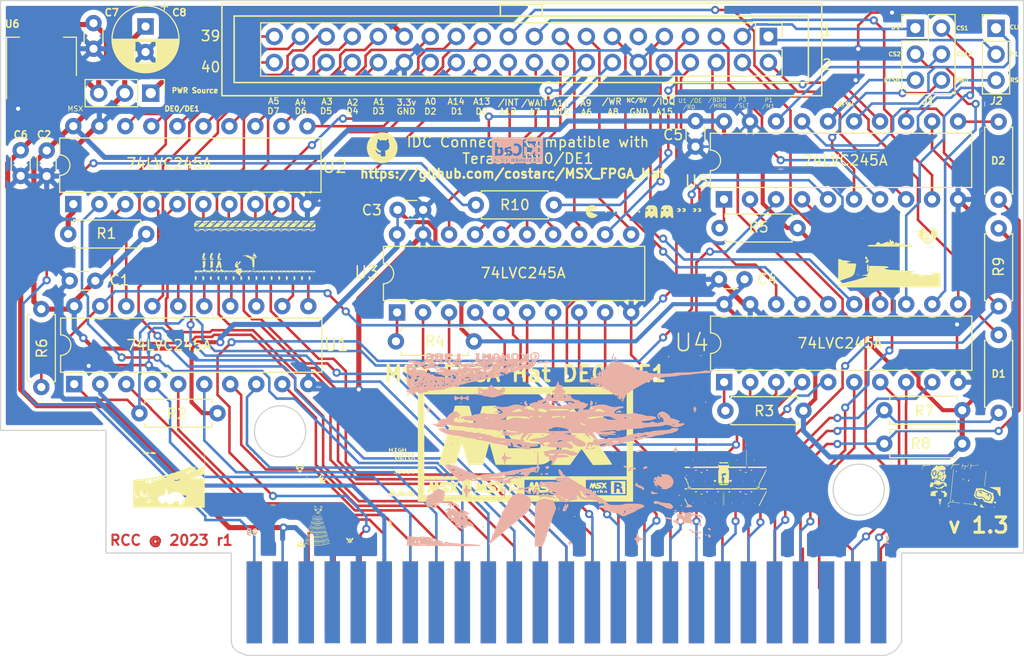
<source format=kicad_pcb>
(kicad_pcb (version 20211014) (generator pcbnew)
  (title_block (title "MSX FPGA Hat") (date "2023-03-17") (rev "1.3") (company "RCC") (comment 1 "Designed for Terasic DE0 & DE1"))
  (layers (0 "F.Cu" signal) (31 "B.Cu" signal) (34 "B.Paste" user) (35 "F.Paste" user) (36 "B.SilkS" user "B.Silkscreen") (37 "F.SilkS" user "F.Silkscreen") (38 "B.Mask" user) (39 "F.Mask" user) (44 "Edge.Cuts" user))
  (net 0 "")
  (net 1 "GNDREF")
  (net 2 "{slash}C_CS1")
  (net 3 "{slash}C_CS12")
  (net 4 "{slash}C_SLTSL")
  (net 5 "C_A15")
  (net 6 "{slash}C_IORQ")
  (net 7 "+5V")
  (net 8 "C_A12")
  (net 9 "{slash}C_MREQ")
  (net 10 "C_A11")
  (net 11 "C_A10")
  (net 12 "{slash}C_RD")
  (net 13 "C_A9")
  (net 14 "{slash}C_RESET")
  (net 15 "C_A8")
  (net 16 "C_CLOCK")
  (net 17 "C_D7")
  (net 18 "C_A6")
  (net 19 "C_D6")
  (net 20 "C_D5")
  (net 21 "C_D4")
  (net 22 "C_D3")
  (net 23 "C_D2")
  (net 24 "C_D1")
  (net 25 "C_D0")
  (net 26 "+12V")
  (net 27 "-12V")
  (net 28 "{slash}C_M1")
  (net 29 "{slash}C_RFSH")
  (net 30 "{slash}C_CS2")
  (net 31 "{slash}C_WAIT")
  (net 34 "{slash}CS1")
  (net 35 "{slash}CS2")
  (net 36 "{slash}CS12")
  (net 37 "{slash}SLTSL")
  (net 38 "{slash}RFSH")
  (net 39 "{slash}WAIT")
  (net 40 "{slash}INT")
  (net 41 "{slash}M1")
  (net 42 "{slash}BUSDIR")
  (net 43 "{slash}IORQ")
  (net 44 "{slash}MREQ")
  (net 45 "{slash}WR")
  (net 46 "{slash}RD")
  (net 47 "{slash}RESET")
  (net 48 "A9")
  (net 49 "A15")
  (net 50 "A11")
  (net 51 "A10")
  (net 52 "A7")
  (net 53 "A6")
  (net 54 "A12")
  (net 55 "A8")
  (net 56 "A14")
  (net 57 "A13")
  (net 58 "A1")
  (net 59 "A0")
  (net 60 "A3")
  (net 61 "A2")
  (net 62 "A5")
  (net 63 "A4")
  (net 64 "D1")
  (net 65 "D0")
  (net 66 "D3")
  (net 67 "D2")
  (net 68 "D5")
  (net 69 "D4")
  (net 70 "D7")
  (net 71 "D6")
  (net 72 "CLOCK")
  (net 73 "SOUNDIN")
  (net 74 "C_CLK_OR_RST")
  (net 75 "C_A7")
  (net 76 "C_A5")
  (net 77 "C_A4")
  (net 78 "C_A3")
  (net 79 "C_A2")
  (net 80 "C_A1")
  (net 81 "C_A0")
  (net 82 "C_A14")
  (net 83 "C_A13")
  (net 84 "{slash}C_WR")
  (net 85 "Net-(R1-Pad2)")
  (net 86 "Net-(R3-Pad2)")
  (net 87 "DE_5V")
  (net 88 "Net-(R4-Pad2)")
  (net 89 "Net-(R5-Pad2)")
  (net 90 "SW1")
  (net 91 "Vdd")
  (net 92 "{slash}C_INT")
  (net 93 "{slash}C_BUSDIR")
  (net 94 "{slash}C_U1_D_OE")
  (net 95 "{slash}C_CS_SLT")
  (net 96 "Net-(D1-Pad2)")
  (net 97 "Net-(D2-Pad2)")
  (net 98 "MSX_3.3V")
  (net 99 "DE_3.3V")
  (net 100 "C_SOUNDIN")
  (net 101 "Net-(R10-Pad2)")
  (footprint "Capacitor_THT:C_Disc_D3.0mm_W1.6mm_P2.50mm" (layer "F.Cu") (at 59.396659 49.582291)
    (fp_text reference "C1")
    (fp_text value "0.1uf" hide)
  )
  (footprint "Package_DIP:DIP-20_W7.62mm" (layer "F.Cu") (at 91.365 52.675 90)
    (fp_text reference "U3")
    (fp_text value "74LVC245A")
  )
  (footprint "Resistor_THT:R_Axial_DIN0207_L6.3mm_D2.5mm_P7.62mm_Horizontal" (layer "F.Cu") (at 146.558 62.23 180)
    (fp_text reference "R7")
    (fp_text value "10K" hide)
  )
  (footprint "Capacitor_THT:C_Disc_D3.0mm_W1.6mm_P2.50mm" (layer "F.Cu") (at 93.915 42.65 180)
    (fp_text reference "C3")
    (fp_text value "0.1uf" hide)
  )
  (footprint "Capacitor_THT:C_Disc_D3.0mm_W1.6mm_P2.50mm" (layer "F.Cu") (at 57.15 39.35 90)
    (fp_text reference "C2")
    (fp_text value "0.1uf" hide)
  )
  (footprint "LOGO" (layer "F.Cu") (at 77.47 46.482)
    (fp_text reference "G***" hide)
    (fp_text value "LOGO" hide)
  )
  (footprint "Connector_PinHeader_2.54mm:PinHeader_1x03_P2.54mm_Vertical" (layer "F.Cu") (at 67.31 31.242 -90)
    (fp_text reference "J5" hide)
    (fp_text value "Conn_01x03_Female" hide)
  )
  (footprint "Connector_PinHeader_2.54mm:PinHeader_2x20_P2.54mm_Vertical" (layer "F.Cu") (at 127.632 25.706 -90)
    (fp_text reference "IDC1" hide)
    (fp_text value "DE1 GPIO")
  )
  (footprint "LOGO" (layer "F.Cu") (at 86.614 71.12)
    (fp_text reference "G***" hide)
    (fp_text value "LOGO" hide)
  )
  (footprint "Capacitor_THT:C_Disc_D3.0mm_W1.6mm_P2.50mm" (layer "F.Cu") (at 120.508451 36.469041 90)
    (fp_text reference "C5")
    (fp_text value "0.1uf" hide)
  )
  (footprint "Package_DIP:DIP-20_W7.62mm" (layer "F.Cu") (at 123.292094 41.621708 90)
    (fp_text reference "U5")
    (fp_text value "74LVC245A")
  )
  (footprint "Resistor_THT:R_Axial_DIN0207_L6.3mm_D2.5mm_P7.62mm_Horizontal" (layer "F.Cu") (at 98.875 55.5 180)
    (fp_text reference "R4")
    (fp_text value "10K" hide)
  )
  (footprint "Roni Footprints:MSX_CART_SW_Official" (layer "F.Cu") (at 101.6 50.8)
    (fp_text reference "CONN1" hide)
    (fp_text value "MSX_BUS" hide)
    (fp_line (start -38.66 25.388435) (end -26.42 25.388435) (layer "Edge.Cuts") (width 0.12))
    (fp_line (start 39.03 25.388435) (end 50.95 25.388435) (layer "Edge.Cuts") (width 0.12))
    (fp_line (start -48.95 13.4) (end -38.66 13.4) (layer "Edge.Cuts") (width 0.12))
    (fp_line (start 37.500957 35.390806) (end 38.24498 35.044512) (layer "Edge.Cuts") (width 0.12))
    (fp_line (start -25.815346 35.041883) (end -24.892279 35.390806) (layer "Edge.Cuts") (width 0.12))
    (fp_line (start 39.03 25.388435) (end 39.03 34.091713) (layer "Edge.Cuts") (width 0.12))
    (fp_line (start 38.24498 35.044512) (end 38.647705 34.674006) (layer "Edge.Cuts") (width 0.12))
    (fp_line (start 38.647705 34.674006) (end 39.03 34.091713) (layer "Edge.Cuts") (width 0.12))
    (fp_line (start -38.66 13.4) (end -38.66 25.388435) (layer "Edge.Cuts") (width 0.12))
    (fp_line (start 50.95 -28.6) (end -48.95 -28.6) (layer "Edge.Cuts") (width 0.12))
    (fp_line (start -26.268836 34.609987) (end -25.815346 35.041883) (layer "Edge.Cuts") (width 0.12))
    (fp_line (start -48.95 13.4) (end -48.95 -28.6) (layer "Edge.Cuts") (width 0.12))
    (fp_line (start -24.892279 35.390806) (end 37.500957 35.390806) (layer "Edge.Cuts") (width 0.12))
    (fp_line (start 50.95 -28.6) (end 50.95 25.388435) (layer "Edge.Cuts") (width 0.12))
    (fp_line (start -26.42 34.091713) (end -26.42 25.388435) (layer "Edge.Cuts") (width 0.12))
    (fp_line (start -26.42 34.091713) (end -26.268836 34.609987) (layer "Edge.Cuts") (width 0.12))
    (fp_circle (center -21.66 13.5) (end -19.16 13.5) (layer "Edge.Cuts") (width 0.12) (fill none))
    (fp_circle (center 34.85 19.2) (end 37.35 19.2) (layer "Edge.Cuts") (width 0.12) (fill none))
  )
  (footprint "Resistor_THT:R_Axial_DIN0207_L6.3mm_D2.5mm_P7.62mm_Horizontal" (layer "F.Cu") (at 150.114 62.484 90)
    (fp_text reference "D1")
    (fp_text value "BAT43" hide)
  )
  (footprint "Resistor_THT:R_Axial_DIN0207_L6.3mm_D2.5mm_P7.62mm_Horizontal" (layer "F.Cu") (at 131.052 62.28063 180)
    (fp_text reference "R3")
    (fp_text value "10K" hide)
  )
  (footprint "LOGO" (layer "F.Cu") (at 115.57 43.434)
    (fp_text reference "G***" hide)
    (fp_text value "LOGO" hide)
  )
  (footprint "Capacitor_THT:CP_Radial_D6.3mm_P2.50mm" (layer "F.Cu") (at 66.802 24.72562 -90)
    (fp_text reference "C8")
    (fp_text value "100uF" hide)
  )
  (footprint "Resistor_THT:R_Axial_DIN0207_L6.3mm_D2.5mm_P7.62mm_Horizontal" (layer "F.Cu") (at 146.558 65.501812 180)
    (fp_text reference "R8")
    (fp_text value "10K" hide)
  )
  (footprint "Capacitor_THT:C_Disc_D3.0mm_W1.6mm_P2.50mm" (layer "F.Cu") (at 61.722 24.404 -90)
    (fp_text reference "C7")
    (fp_text value "0.1uf")
  )
  (footprint "LOGO" (layer "F.Cu") (at 69.088 68.834)
    (fp_text reference "G***" hide)
    (fp_text value "LOGO" hide)
  )
  (footprint "Resistor_THT:R_Axial_DIN0207_L6.3mm_D2.5mm_P7.62mm_Horizontal" (layer "F.Cu") (at 130.480705 44.420468 180)
    (fp_text reference "R5")
    (fp_text value "10K" hide)
  )
  (footprint "Resistor_THT:R_Axial_DIN0207_L6.3mm_D2.5mm_P7.62mm_Horizontal" (layer "F.Cu") (at 150.114 41.656 90)
    (fp_text reference "D2")
    (fp_text value "BAT43" hide)
  )
  (footprint "LOGO" (layer "F.Cu") (at 139.446 46.482)
    (fp_text reference "G***" hide)
    (fp_text value "LOGO" hide)
  )
  (footprint "Resistor_THT:R_Axial_DIN0207_L6.3mm_D2.5mm_P7.62mm_Horizontal" (layer "F.Cu") (at 73.826094 62.523366 180)
    (fp_text reference "R2")
    (fp_text value "10K" hide)
  )
  (footprint "Package_TO_SOT_SMD:SOT-223-3_TabPin2" (layer "F.Cu") (at 56.642 27.686 90)
    (fp_text reference "U6")
    (fp_text value "LM1117-3.3" hide)
  )
  (footprint "Package_DIP:DIP-20_W7.62mm" (layer "F.Cu") (at 59.838625 59.68 90)
    (fp_text reference "U1")
    (fp_text value "74LVC245A")
  )
  (footprint "LOGO" (layer "F.Cu") (at 123.444 68.834)
    (fp_text reference "G***" hide)
    (fp_text value "LOGO" hide)
  )
  (footprint "Resistor_THT:R_Axial_DIN0207_L6.3mm_D2.5mm_P7.62mm_Horizontal" (layer "F.Cu") (at 56.625 52.35 -90)
    (fp_text reference "R6")
    (fp_text value "10K" hide)
  )
  (footprint "Capacitor_THT:C_Disc_D3.0mm_W1.6mm_P2.50mm" (layer "F.Cu") (at 54.61 36.83 -90)
    (fp_text reference "C6")
    (fp_text value "0.1uf" hide)
  )
  (footprint "Package_DIP:DIP-20_W7.62mm" (layer "F.Cu") (at 59.751269 42.09075 90)
    (fp_text reference "U2")
    (fp_text value "74LVC245A")
  )
  (footprint "Resistor_THT:R_Axial_DIN0207_L6.3mm_D2.5mm_P7.62mm_Horizontal" (layer "F.Cu") (at 66.87 45.01 180)
    (fp_text reference "R1")
    (fp_text value "10K" hide)
  )
  (footprint "Capacitor_THT:C_Disc_D3.0mm_W1.6mm_P2.50mm" (layer "F.Cu") (at 122.796258 49.434902)
    (fp_text reference "C4")
    (fp_text value "0.1uf" hide)
  )
  (footprint "LOGO" (layer "F.Cu") (at 89.916 36.576)
    (fp_text reference "G***" hide)
    (fp_text value "LOGO" hide)
  )
  (footprint "Connector_PinHeader_2.54mm:PinHeader_1x03_P2.54mm_Vertical" (layer "F.Cu") (at 149.86 24.907)
    (fp_text reference "J2")
    (fp_text value "J2" hide)
  )
  (footprint "LOGO" (layer "F.Cu") (at 103.886 65.532)
    (fp_text reference "G***" hide)
    (fp_text value "LOGO" hide)
  )
  (footprint "Connector_PinHeader_2.54mm:PinHeader_2x03_P2.54mm_Vertical" (layer "F.Cu") (at 141.986 24.887)
    (fp_text reference "J1")
    (fp_text value "J1" hide)
  )
  (footprint "Resistor_THT:R_Axial_DIN0207_L6.3mm_D2.5mm_P7.62mm_Horizontal" (layer "F.Cu") (at 150.114 44.45 -90)
    (fp_text reference "R9")
    (fp_text value "10K" hide)
  )
  (footprint "LOGO" (layer "F.Cu") (at 146.304 69.596)
    (fp_text reference "G***" hide)
    (fp_text value "LOGO" hide)
  )
  (footprint "Resistor_THT:R_Axial_DIN0207_L6.3mm_D2.5mm_P7.62mm_Horizontal" (layer "F.Cu") (at 99.06 42.164)
    (fp_text reference "R10")
    (fp_text value "2K2" hide)
  )
  (footprint "Package_DIP:DIP-20_W7.62mm" (layer "F.Cu") (at 123.308514 59.488874 90)
    (fp_text reference "U4")
    (fp_text value "74LVC245A")
  )
  (footprint "LOGO" (layer "B.Cu") (at 107.188 66.04 180)
    (fp_text reference "G***" hide)
    (fp_text value "LOGO" hide)
  )
  (footprint "LOGO" (layer "B.Cu") (at 103.124 36.83 180)
    (fp_text reference "G***" hide)
    (fp_text value "LOGO" hide)
  )
  (gr_rect (start 74.262 22.456) (end 132.842 31.496) (layer "F.SilkS") (width 0.15) (fill none))
  (gr_rect (start 131.532 23.706) (end 75.452 30.206) (layer "F.SilkS") (width 0.15) (fill none))
  (gr_rect (start 101.452 22.536) (end 105.542 23.706) (layer "F.SilkS") (width 0.15) (fill none))
  (gr_text "1" (at 139.192 74.93) (layer "B.SilkS") (effects (font (size 0.6 0.6) (thickness 0.11)) (justify mirror)))
  (gr_text "49" (at 77.216 74.168) (layer "B.SilkS") (effects (font (size 0.6 0.6) (thickness 0.11)) (justify mirror)))
  (gr_text "DE0/DE1" (at 70.358 32.766) (layer "F.SilkS") (effects (font (size 0.5 0.5) (thickness 0.125))))
  (gr_text "/MRQ" (at 122.688984 32.486609) (layer "F.SilkS") (effects (font (size 0.4 0.4))))
  (gr_text "D5" (at 84.434396 32.995) (layer "F.SilkS") (effects (font (size 0.6 0.6) (thickness 0.11))))
  (gr_text "A11" (at 107.324396 32.225) (layer "F.SilkS") (effects (font (size 0.6 0.6) (thickness 0.11))))
  (gr_text "GND" (at 92.244396 33.015) (layer "F.SilkS") (effects (font (size 0.6 0.6) (thickness 0.11))))
  (gr_text "A7" (at 104.804396 33.081) (layer "F.SilkS") (effects (font (size 0.6 0.6) (thickness 0.11))))
  (gr_text "MSX" (at 59.944 32.766) (layer "F.SilkS") (effects (font (size 0.5 0.5) (thickness 0.075))))
  (gr_text "D2" (at 94.614396 33.031) (layer "F.SilkS") (effects (font (size 0.6 0.6) (thickness 0.11))))
  (gr_text "/IOQ" (at 117.434396 32.055) (layer "F.SilkS") (effects (font (size 0.6 0.6) (thickness 0.11))))
  (gr_text "A0" (at 94.644396 32.055) (layer "F.SilkS") (effects (font (size 0.6 0.6) (thickness 0.11))))
  (gr_text "RST" (at 151.799614 29.968846) (layer "F.SilkS") (effects (font (size 0.4 0.4) (thickness 0.1))))
  (gr_text "/RD" (at 119.872171 32.612375) (layer "F.SilkS") (effects (font (size 0.4 0.4))))
  (gr_text "PWR Source" (at 71.628 30.988) (layer "F.SilkS") (effects (font (size 0.5 0.5) (thickness 0.125))))
  (gr_text "A3" (at 84.524396 32.065) (layer "F.SilkS") (effects (font (size 0.6 0.6) (thickness 0.11))))
  (gr_text "CLK" (at 151.77098 24.797579) (layer "F.SilkS") (effects (font (size 0.4 0.4) (thickness 0.1))))
  (gr_text "U1 /OE" (at 119.995 31.980687) (layer "F.SilkS") (effects (font (size 0.4 0.4))))
  (gr_text "3.3v" (at 92.284396 32.155) (layer "F.SilkS") (effects (font (size 0.6 0.6) (thickness 0.11))))
  (gr_text "D3" (at 89.539396 33.005) (layer "F.SilkS") (effects (font (size 0.6 0.6) (thickness 0.11))))
  (gr_text "A12" (at 102.184396 33.015) (layer "F.SilkS") (effects (font (size 0.6 0.6) (thickness 0.11))))
  (gr_text "https://github.com/costarc/MSX_FPGA_Hat" (at 102.616 39.116) (layer "F.SilkS") (effects (font (size 0.9 0.9) (thickness 0.2))))
  (gr_text "/M1" (at 127.608124 32.521023) (layer "F.SilkS") (effects (font (size 0.4 0.4))))
  (gr_text "A13" (at 99.634396 32.055) (layer "F.SilkS") (effects (font (size 0.6 0.6) (thickness 0.11))))
  (gr_text "A2" (at 87.024396 32.145) (layer "F.SilkS") (effects (font (size 0.6 0.6) (thickness 0.11))))
  (gr_text "RFSH" (at 139.7 29.972) (layer "F.SilkS") (effects (font (size 0.4 0.4) (thickness 0.1))))
  (gr_text "IDC Connector Compatible with\nTerasic DE0/DE1\n" (at 104.14 36.83) (layer "F.SilkS") (effects (font (size 1 1))))
  (gr_text "A6" (at 109.874396 33.101) (layer "F.SilkS") (effects (font (size 0.6 0.6) (thickness 0.11))))
  (gr_text "/BDIR" (at 122.636343 31.907562) (layer "F.SilkS") (effects (font (size 0.4 0.4))))
  (gr_text "D1" (at 97.204396 33.011) (layer "F.SilkS") (effects (font (size 0.6 0.6) (thickness 0.11))))
  (gr_text "CS1" (at 146.558 24.892) (layer "F.SilkS") (effects (font (size 0.4 0.4) (thickness 0.1))))
  (gr_text "1" (at 133.35 25.146) (layer "F.SilkS") (effects (font (size 1 1))))
  (gr_text "A9" (at 109.814396 32.205) (layer "F.SilkS") (effects (font (size 0.6 0.6) (thickness 0.11))))
  (gr_text "D4" (at 87.014396 32.975) (layer "F.SilkS") (effects (font (size 0.6 0.6) (thickness 0.11))))
  (gr_text "/WAIT" (at 104.784396 32.205) (layer "F.SilkS") (effects (font (size 0.6 0.6) (thickness 0.11))))
  (gr_text "39" (at 73.152 25.654) (layer "F.SilkS") (effects (font (size 1 1))))
  (gr_text "2" (at 133.35 28.448) (layer "F.SilkS") (effects (font (size 1 1))))
  (gr_text "A1" (at 89.604396 32.075) (layer "F.SilkS") (effects (font (size 0.6 0.6) (thickness 0.11))))
  (gr_text "/INT" (at 102.234396 32.155) (layer "F.SilkS") (effects (font (size 0.6 0.6) (thickness 0.11))))
  (gr_text "CS12" (at 146.761906 27.416934) (layer "F.SilkS") (effects (font (size 0.4 0.4) (thickness 0.1))))
  (gr_text "SND" (at 146.558 29.972) (layer "F.SilkS") (effects (font (size 0.4 0.4) (thickness 0.1))))
  (gr_text "GND" (at 114.984396 33.081) (layer "F.SilkS") (effects (font (size 0.6 0.6) (thickness 0.11))))
  (gr_text "P3" (at 140.0299 24.964869) (layer "F.SilkS") (effects (font (size 0.4 0.4) (thickness 0.1))))
  (gr_text "A15" (at 117.474396 33.051) (layer "F.SilkS") (effects (font (size 0.6 0.6) (thickness 0.11))))
  (gr_text "D0" (at 99.614396 33.031) (layer "F.SilkS") (effects (font (size 0.6 0.6) (thickness 0.11))))
  (gr_text "A8" (at 112.464396 33.081) (layer "F.SilkS") (effects (font (size 0.6 0.6) (thickness 0.11))))
  (gr_text "A10" (at 107.384396 33.081) (layer "F.SilkS") (effects (font (size 0.6 0.6) (thickness 0.11))))
  (gr_text "P1" (at 151.638 27.432) (layer "F.SilkS") (effects (font (size 0.4 0.4) (thickness 0.1))))
  (gr_text "50" (at 77.216 74.168) (layer "F.SilkS") (effects (font (size 0.6 0.6) (thickness 0.11))))
  (gr_text "A14" (at 97.124396 32.055) (layer "F.SilkS") (effects (font (size 0.6 0.6) (thickness 0.11))))
  (gr_text "A4" (at 81.944396 32.145) (layer "F.SilkS") (effects (font (size 0.6 0.6) (thickness 0.11))))
  (gr_text "v 1.3" (at 148.150468 73.475847) (layer "F.SilkS") (effects (font (size 1.5 1.5) (thickness 0.3))))
  (gr_text "MSX FPGA Hat DE0/DE1" (at 103.886 58.674) (layer "F.SilkS") (effects (font (size 1.5 1.5) (thickness 0.3))))
  (gr_text "2" (at 139.192 74.93) (layer "F.SilkS") (effects (font (size 0.6 0.6) (thickness 0.11))))
  (gr_text "/WR" (at 112.334396 32.055) (layer "F.SilkS") (effects (font (size 0.6 0.6) (thickness 0.11))))
  (gr_text "/SLT" (at 125.031491 32.460289) (layer "F.SilkS") (effects (font (size 0.4 0.4))))
  (gr_text "D6" (at 81.964396 32.995) (layer "F.SilkS") (effects (font (size 0.6 0.6) (thickness 0.11))))
  (gr_text "/RFSH" (at 134.967102 32.350862) (layer "F.SilkS") (effects (font (size 0.4 0.4) (thickness 0.1))))
  (gr_text "P1" (at 127.660765 31.915656) (layer "F.SilkS") (effects (font (size 0.4 0.4))))
  (gr_text "NC/5V" (at 114.754396 31.945) (layer "F.SilkS") (effects (font (size 0.4 0.4) (thickness 0.1))))
  (gr_text "P3" (at 125.084132 31.854922) (layer "F.SilkS") (effects (font (size 0.4 0.4))))
  (gr_text "A5" (at 79.324396 32.015) (layer "F.SilkS") (effects (font (size 0.6 0.6) (thickness 0.11))))
  (gr_text "CS2" (at 139.954 27.432) (layer "F.SilkS") (effects (font (size 0.4 0.4) (thickness 0.1))))
  (gr_text "40" (at 73.152 28.702) (layer "F.SilkS") (effects (font (size 1 1))))
  (gr_text "D7" (at 79.284396 32.995) (layer "F.SilkS") (effects (font (size 0.6 0.6) (thickness 0.11))))
  (segment (start 147.557 43.026614) (end 147.557 52.341) (width 0.4) (layer "F.Cu") (net 1))
  (segment (start 62.02925 34.47075) (end 62.291269 34.47075) (width 0.5) (layer "F.Cu") (net 1))
  (segment (start 57.15 39.35) (end 62.02925 34.47075) (width 0.5) (layer "F.Cu") (net 1))
  (segment (start 146.05 59.37036) (end 146.168514 59.488874) (width 0.25) (layer "F.Cu") (net 1))
  (segment (start 108.921009 51.308) (end 107.95 52.279009) (width 0.25) (layer "F.Cu") (net 1))
  (segment (start 114.225 52.675) (end 114.225 56.821) (width 0.25) (layer "F.Cu") (net 1))
  (segment (start 146.152094 41.621708) (end 147.557 43.026614) (width 0.4) (layer "F.Cu") (net 1))
  (segment (start 136.398 29.718) (end 136.144 29.972) (width 0.25) (layer "F.Cu") (net 1))
  (segment (start 87.63 60.198) (end 87.63 51.33) (width 0.5) (layer "F.Cu") (net 1))
  (segment (start 114.225 56.821) (end 116.586 59.182) (width 0.25) (layer "F.Cu") (net 1))
  (segment (start 137.658695 23.368) (end 139.7 23.368) (width 0.25) (layer "F.Cu") (net 1))
  (segment (start 136.398 26.924) (end 136.398 24.628695) (width 0.25) (layer "F.Cu") (net 1))
  (segment (start 67.125 57.825) (end 61.325 57.825) (width 0.25) (layer "F.Cu") (net 1))
  (segment (start 54.342 32.752) (end 54.356 32.766) (width 0.5) (layer "F.Cu") (net 1))
  (segment (start 122.796258 49.434902) (end 125.23023 51.868874) (width 0.5) (layer "F.Cu") (net 1))
  (segment (start 87.63 51.33) (end 93.905 45.055) (width 0.5) (layer "F.Cu") (net 1))
  (segment (start 136.398 24.628695) (end 137.658695 23.368) (width 0.25) (layer "F.Cu") (net 1))
  (segment (start 125.23023 51.868874) (end 125.984 51.868874) (width 0.5) (layer "F.Cu") (net 1))
  (segment (start 146.05 53.578379) (end 146.05 59.37036) (width 0.25) (layer "F.Cu") (net 1))
  (segment (start 108.921009 51.308) (end 112.858 51.308) (width 0.25) (layer "F.Cu") (net 1))
  (segment (start 147.557 52.341) (end 146.05 53.848) (width 0.4) (layer "F.Cu") (net 1))
  (segment (start 112.858 51.308) (end 114.225 52.675) (width 0.25) (layer "F.Cu") (net 1))
  (segment (start 61.325 57.825) (end 61.275 57.875) (width 0.25) (layer "F.Cu") (net 1))
  (segment (start 54.342 30.836) (end 54.342 32.752) (width 0.5) (layer "F.Cu") (net 1))
  (segment (start 125.984 51.868874) (end 125.848514 51.868874) (width 0.25) (layer "F.Cu") (net 1))
  (segment (start 107.95 52.279009) (end 107.95 58.928) (width 0.25) (layer "F.Cu") (net 1))
  (segment (start 136.398 26.924) (end 136.398 29.718) (width 0.25) (layer "F.Cu") (net 1))
  (via (at 67.125 57.825) (size 0.8) (drill 0.4) (layers "F.Cu" "B.Cu") (net 1))
  (via (at 146.05 53.848) (size 0.8) (drill 0.4) (layers "F.Cu" "B.Cu") (net 1))
  (via (at 61.253625 57.896375) (size 0.8) (drill 0.4) (layers "F.Cu" "B.Cu") (net 1))
  (via (at 107.95 58.928) (size 0.8) (drill 0.4) (layers "F.Cu" "B.Cu") (net 1))
  (via (at 87.63 60.198) (size 0.8) (drill 0.4) (layers "F.Cu" "B.Cu") (net 1))
  (via (at 139.7 23.368) (size 0.8) (drill 0.4) (layers "F.Cu" "B.Cu") (net 1))
  (via (at 136.144 29.972) (size 0.8) (drill 0.4) (layers "F.Cu" "B.Cu") (net 1))
  (via (at 136.398 26.924) (size 0.8) (drill 0.4) (layers "F.Cu" "B.Cu") (net 1))
  (via (at 116.586 59.182) (size 0.8) (drill 0.4) (layers "F.Cu" "B.Cu") (net 1))
  (via (at 54.356 32.766) (size 0.8) (drill 0.4) (layers "F.Cu" "B.Cu") (net 1))
  (segment (start 87.582025 81.007202) (end 87.582025 76.152025) (width 0.5) (layer "B.Cu") (net 1))
  (segment (start 148.336 34.798) (end 148.336 36.322) (width 0.25) (layer "B.Cu") (net 1))
  (segment (start 136.251 27.071) (end 116.107 27.071) (width 0.25) (layer "B.Cu") (net 1))
  (segment (start 93.915 42.65) (end 93.915 45.045) (width 0.25) (layer "B.Cu") (net 1))
  (segment (start 73.248762 72.39) (end 62.001816 61.143054) (width 0.5) (layer "B.Cu") (net 1))
  (segment (start 83.952019 40.75) (end 92.015 40.75) (width 1) (layer "B.Cu") (net 1))
  (segment (start 128.898045 36.83) (end 141.478 36.83) (width 0.25) (layer "B.Cu") (net 1))
  (segment (start 123.364761 36.469041) (end 125.832094 34.001708) (width 0.25) (layer "B.Cu") (net 1))
  (segment (start 142.24 36.068) (end 142.24 33.528) (width 0.25) (layer "B.Cu") (net 1))
  (segment (start 139.954 53.848) (end 127.82764 53.848) (width 0.5) (layer "B.Cu") (net 1))
  (segment (start 136.398 26.924) (end 136.251 27.071) (width 0.25) (layer "B.Cu") (net 1))
  (segment (start 92.015 40.75) (end 93.915 42.65) (width 1) (layer "B.Cu") (net 1))
  (segment (start 114.932 28.246) (end 113.757 27.071) (width 0.25) (layer "B.Cu") (net 1))
  (segment (start 61.253625 57.896375) (end 61.253625 57.846062) (width 0.25) (layer "B.Cu") (net 1))
  (segment (start 71.32638 31.75) (end 71.882 31.75) (width 0.5) (layer "B.Cu") (net 1))
  (segment (start 85.344 75.946) (end 85.042025 76.247975) (width 0.5) (layer "B.Cu") (net 1))
  (segment (start 134.874 44.196) (end 134.874 46.482) (width 0.25) (layer "B.Cu") (net 1))
  (segment (start 79.870519 39.35) (end 82.611269 42.09075) (width 0.5) (layer "B.Cu") (net 1))
  (segment (start 71.882 31.75) (end 70.612 33.02) (width 0.5) (layer "B.Cu") (net 1))
  (segment (start 61.722 26.904) (end 66.48038 26.904) (width 0.5) (layer "B.Cu") (net 1))
  (segment (start 122.55504 38.51563) (end 131.937007 38.51563) (width 0.25) (layer "B.Cu") (net 1))
  (segment (start 117.465098 49.434902) (end 114.225 52.675) (width 0.5) (layer "B.Cu") (net 1))
  (segment (start 99.575 50.725) (end 93.905 45.055) (width 0.5) (layer "B.Cu") (net 1))
  (segment (start 82.611269 42.09075) (end 83.952019 40.75) (width 1) (layer "B.Cu") (net 1))
  (segment (start 125.832094 34.001708) (end 126.069753 34.001708) (width 0.25) (layer "B.Cu") (net 1))
  (segment (start 71.671 57.346) (end 69.625 55.3) (width 0.25) (layer "B.Cu") (net 1))
  (segment (start 58.553475 57.778525) (end 61.135775 57.778525) (width 0.5) (layer "B.Cu") (net 1))
  (segment (start 67.125 55.325) (end 67.125 57.825) (width 0.25) (layer "B.Cu") (net 1))
  (segment (start 147.828 30.734) (end 148.59 31.496) (width 0.25) (layer "B.Cu") (net 1))
  (segment (start 113.757 27.071) (end 93.247 27.071) (width 0.25) (layer "B.Cu") (net 1))
  (segment (start 112.275 50.725) (end 114.225 52.675) (width 0.5) (layer "B.Cu") (net 1))
  (segment (start 68.45 54.2) (end 67.625 54.2) (width 0.25) (layer "B.Cu") (net 1))
  (segment (start 127.82764 53.848) (end 125.848514 51.868874) (width 0.5) (layer "B.Cu") (net 1))
  (segment (start 146.432396 30.734) (end 147.828 30.734) (width 0.25) (layer "B.Cu") (net 1))
  (segment (start 120.508451 36.469041) (end 123.364761 36.469041) (width 0.25) (layer "B.Cu") (net 1))
  (segment (start 70.612 33.02) (end 63.742019 33.02) (width 0.5) (layer "B.Cu") (net 1))
  (segment (start 87.63 60.198) (end 83.216625 60.198) (width 0.4) (layer "B.Cu") (net 1))
  (segment (start 68.825 54.575) (end 68.45 54.2) (width 0.25) (layer "B.Cu") (net 1))
  (segment (start 62.001816 61.143054) (end 58.857054 61.143054) (width 0.5) (layer "B.Cu") (net 1))
  (segment (start 81.546 57.346) (end 71.671 57.346) (width 0.25) (layer "B.Cu") (net 1))
  (segment (start 57.15 47.335632) (end 59.396659 49.582291) (width 0.5) (layer "B.Cu") (net 1))
  (segment (start 58.553475 60.839475) (end 58.553475 57.778525) (width 0.5) (layer "B.Cu") (net 1))
  (segment (start 141.478 36.83) (end 142.24 36.068) (width 0.25) (layer "B.Cu") (net 1))
  (segment (start 131.937007 38.51563) (end 134.867094 41.445717) (width 0.25) (layer "B.Cu") (net 1))
  (segment (start 112.275 50.725) (end 99.575 50.725) (width 0.5) (layer "B.Cu") (net 1))
  (segment (start 117.465098 49.434902) (end 122.796258 49.434902) (width 0.5) (layer "B.Cu") (net 1))
  (segment (start 63.742019 33.02) (end 62.291269 34.47075) (width 0.5) (layer "B.Cu") (net 1))
  (segment (start 82.698625 59.68) (end 82.698625 58.498625) (width 0.25) (layer "B.Cu") (net 1))
  (segment (start 58.857054 61.143054) (end 58.553475 60.839475) (width 0.5) (layer "B.Cu") (net 1))
  (segment (start 114.932 29.842) (end 117.861445 32.771445) (width 0.25) (layer "B.Cu") (net 1))
  (segment (start 66.802 27.22562) (end 71.32638 31.75) (width 0.5) (layer "B.Cu") (net 1))
  (segment (start 93.915 45.045) (end 93.905 45.055) (width 0.25) (layer "B.Cu") (net 1))
  (segment (start 58.553475 57.778525) (end 58.553475 50.425475) (width 0.5) (layer "B.Cu") (net 1))
  (segment (start 142.24 33.528) (end 144.076 31.692) (width 0.25) (layer "B.Cu") (net 1))
  (segment (start 85.344 75.946) (end 81.788 72.39) (width 0.5) (layer "B.Cu") (net 1))
  (segment (start 134.874 46.482) (end 139.954 51.562) (width 0.25) (layer "B.Cu") (net 1))
  (segment (start 58.553475 50.425475) (end 59.396659 49.582291) (width 0.5) (layer "B.Cu") (net 1))
  (segment (start 88.568 31.75) (end 92.072 28.246) (width 0.5) (layer "B.Cu") (net 1))
  (segment (start 148.336 36.322) (end 146.152094 38.505906) (width 0.25) (layer "B.Cu") (net 1))
  (segment (start 93.247 27.071) (end 92.072 28.246) (width 0.25) (layer "B.Cu") (net 1))
  (segment (start 134.867094 44.189094) (end 134.874 44.196) (width 0.25) (layer "B.Cu") (net 1))
  (segment (start 126.069753 34.001708) (end 128.898045 36.83) (width 0.25) (layer "B.Cu") (net 1))
  (segment (start 57.15 39.35) (end 79.870519 39.35) (width 0.5) (layer "B.Cu") (net 1))
  (segment (start 117.861445 32.771445) (end 124.601831 32.771445) (width 0.25) (layer "B.Cu") (net 1))
  (segment (start 120.508451 36.469041) (end 122.55504 38.51563) (width 0.25) (layer "B.Cu") (net 1))
  (segment (start 68.9 54.575) (end 68.825 54.575) (width 0.25) (layer "B.Cu") (net 1))
  (segment (start 145.474396 31.692) (end 146.432396 30.734) (width 0.25) (layer "B.Cu") (net 1))
  (segment (start 82.698625 58.498625) (end 81.546 57.346) (width 0.25) (layer "B.Cu") (net 1))
  (segment (start 57.15 39.35) (end 54.63 39.35) (width 0.5) (layer "B.Cu") (net 1))
  (segment (start 71.882 31.75) (end 88.568 31.75) (width 0.5) (layer "B.Cu") (net 1))
  (segment (start 144.076 31.692) (end 145.474396 31.692) (width 0.25) (layer "B.Cu") (net 1))
  (segment (start 139.954 51.562) (end 139.954 53.848) (width 0.25) (layer "B.Cu") (net 1))
  (segment (start 148.59 32.004) (end 148.59 34.544) (width 0.25) (layer "B.Cu") (net 1))
  (segment (start 69.625 55.3) (end 68.9 54.575) (width 0.25) (layer "B.Cu") (net 1))
  (segment (start 146.05 53.848) (end 139.954 53.848) (width 0.5) (layer "B.Cu") (net 1))
  (segment (start 67.625 54.2) (end 67.125 54.7) (width 0.25) (layer "B.Cu") (net 1))
  (segment (start 85.042025 76.247975) (end 85.042025 81.007202) (width 0.5) (layer "B.Cu") (net 1))
  (segment (start 146.152094 38.505906) (end 146.152094 41.621708) (width 0.25) (layer "B.Cu") (net 1))
  (segment (start 57.15 39.35) (end 57.15 47.335632) (width 0.5) (layer "B.Cu") (net 1))
  (segment (start 114.932 28.246) (end 114.932 29.842) (width 0.25) (layer "B.Cu") (net 1))
  (segment (start 61.722 26.904) (end 60.218 26.904) (width 0.5) (layer "B.Cu") (net 1))
  (segment (start 61.135775 57.778525) (end 61.253625 57.896375) (width 0.5) (layer "B.Cu") (net 1))
  (segment (start 134.867094 41.445717) (end 134.867094 44.189094) (width 0.25) (layer "B.Cu") (net 1))
  (segment (start 81.788 72.39) (end 73.248762 72.39) (width 0.5) (layer "B.Cu") (net 1))
  (segment (start 67.125 54.7) (end 67.125 55.325) (width 0.25) (layer "B.Cu") (net 1))
  (segment (start 87.376 75.946) (end 85.344 75.946) (width 0.5) (layer "B.Cu") (net 1))
  (segment (start 124.601831 32.771445) (end 125.832094 34.001708) (width 0.25) (layer "B.Cu") (net 1))
  (segment (start 60.218 26.904) (end 54.356 32.766) (width 0.5) (layer "B.Cu") (net 1))
  (segment (start 66.48038 26.904) (end 66.802 27.22562) (width 0.5) (layer "B.Cu") (net 1))
  (segment (start 116.107 27.071) (end 114.932 28.246) (width 0.25) (layer "B.Cu") (net 1))
  (segment (start 148.59 34.544) (end 148.336 34.798) (width 0.25) (layer "B.Cu") (net 1))
  (segment (start 54.63 39.35) (end 54.61 39.33) (width 0.5) (layer "B.Cu") (net 1))
  (segment (start 148.59 31.496) (end 148.59 32.004) (width 0.25) (layer "B.Cu") (net 1))
  (segment (start 87.582025 76.152025) (end 87.376 75.946) (width 0.5) (layer "B.Cu") (net 1))
  (segment (start 83.216625 60.198) (end 82.698625 59.68) (width 0.4) (layer "B.Cu") (net 1))
  (segment (start 147.574 31.2045) (end 147.574 27.935) (width 0.25) (layer "F.Cu") (net 2))
  (segment (start 147.32 31.4585) (end 147.574 31.2045) (width 0.25) (layer "F.Cu") (net 2))
  (segment (start 147.574 27.935) (end 144.526 24.887) (width 0.25) (layer "F.Cu") (net 2))
  (via (at 147.32 31.4585) (size 0.8) (drill 0.4) (layers "F.Cu" "B.Cu") (net 2))
  (segment (start 142.402 38.077026) (end 142.402 41.882793) (width 0.25) (layer "B.Cu") (net 2))
  (segment (start 144.78 35.699026) (end 142.402 38.077026) (width 0.25) (layer "B.Cu") (net 2))
  (segment (start 146.8495 31.4585) (end 144.78 33.528) (width 0.25) (layer "B.Cu") (net 2))
  (segment (start 142.402 41.882793) (end 141.088514 43.196279) (width 0.25) (layer "B.Cu") (net 2))
  (segment (start 147.32 31.4585) (end 146.8495 31.4585) (width 0.25) (layer "B.Cu") (net 2))
  (segment (start 141.088514 43.196279) (end 141.088514 51.868874) (width 0.25) (layer "B.Cu") (net 2))
  (segment (start 144.78 33.528) (end 144.78 35.699026) (width 0.25) (layer "B.Cu") (net 2))
  (segment (start 128.372094 34.001708) (end 133.671802 28.702) (width 0.25) (layer "B.Cu") (net 3))
  (segment (start 133.671802 28.702) (end 143.251 28.702) (width 0.25) (layer "B.Cu") (net 3))
  (segment (start 143.251 28.702) (end 144.526 27.427) (width 0.25) (layer "B.Cu") (net 3))
  (segment (start 129.787094 42.087699) (end 129.787094 32.941094) (width 0.25) (layer "F.Cu") (net 4))
  (segment (start 129.787094 32.941094) (end 125.092 28.246) (width 0.25) (layer "F.Cu") (net 4))
  (segment (start 138.548514 50.849119) (end 129.787094 42.087699) (width 0.25) (layer "F.Cu") (net 4))
  (segment (start 138.548514 51.868874) (end 138.548514 50.849119) (width 0.25) (layer "F.Cu") (net 4))
  (segment (start 117.094 28.624) (end 117.472 28.246) (width 0.25) (layer "F.Cu") (net 5))
  (segment (start 117.094 39.878) (end 117.094 28.624) (width 0.25) (layer "F.Cu") (net 5))
  (via (at 117.094 39.878) (size 0.8) (drill 0.4) (layers "F.Cu" "B.Cu") (net 5))
  (segment (start 117.094 39.878) (end 116.862 39.878) (width 0.25) (layer "B.Cu") (net 5))
  (segment (start 116.862 39.878) (end 111.685 45.055) (width 0.25) (layer "B.Cu") (net 5))
  (segment (start 117.348 45.466) (end 117.037387 45.466) (width 0.25) (layer "F.Cu") (net 6))
  (segment (start 117.037387 45.466) (end 116.107 44.535613) (width 0.25) (layer "F.Cu") (net 6))
  (segment (start 116.107 44.535613) (end 116.107 27.071) (width 0.25) (layer "F.Cu") (net 6))
  (segment (start 116.107 27.071) (end 117.472 25.706) (width 0.25) (layer "F.Cu") (net 6))
  (via (at 117.348 45.466) (size 0.8) (drill 0.4) (layers "F.Cu" "B.Cu") (net 6))
  (segment (start 119.38 47.498) (end 131.63764 47.498) (width 0.25) (layer "B.Cu") (net 6))
  (segment (start 131.63764 47.498) (end 136.008514 51.868874) (width 0.25) (layer "B.Cu") (net 6))
  (segment (start 117.348 45.466) (end 119.38 47.498) (width 0.25) (layer "B.Cu") (net 6))
  (segment (start 63.059 61.789) (end 56.201 61.789) (width 0.5) (layer "F.Cu") (net 7))
  (segment (start 80.280512 73.700765) (end 74.970765 73.700765) (width 0.5) (layer "F.Cu") (net 7))
  (segment (start 56.201 61.789) (end 54.61 60.198) (width 0.5) (layer "F.Cu") (net 7))
  (segment (start 58.942 30.836) (end 58.942 32.498) (width 0.5) (layer "F.Cu") (net 7))
  (segment (start 53.34 38.1) (end 54.61 36.83) (width 0.5) (layer "F.Cu") (net 7))
  (segment (start 58.942 32.498) (end 54.61 36.83) (width 0.5) (layer "F.Cu") (net 7))
  (segment (start 54.61 60.198) (end 54.61 41.656) (width 0.5) (layer "F.Cu") (net 7))
  (segment (start 74.970765 73.700765) (end 63.059 61.789) (width 0.5) (layer "F.Cu") (net 7))
  (segment (start 53.34 40.386) (end 53.34 38.1) (width 0.5) (layer "F.Cu") (net 7))
  (segment (start 54.61 41.656) (end 53.34 40.386) (width 0.5) (layer "F.Cu") (net 7))
  (via (at 80.280512 73.700765) (size 0.8) (drill 0.4) (layers "F.Cu" "B.Cu") (net 7))
  (segment (start 80.260003 73.721274) (end 80.189749 73.791528) (width 0.5) (layer "B.Cu") (net 7))
  (segment (start 82.502025 74.758948) (end 82.502025 80.314405) (width 0.5) (layer "B.Cu") (net 7))
  (segment (start 81.443842 73.700765) (end 82.502025 74.758948) (width 0.5) (layer "B.Cu") (net 7))
  (segment (start 80.189749 74.810251) (end 80.189749 80.509983) (width 0.25) (layer "B.Cu") (net 7))
  (segment (start 80.264 74.168) (end 80.189749 74.242251) (width 0.25) (layer "B.Cu") (net 7))
  (segment (start 80.189749 73.791528) (end 80.189749 74.810251) (width 0.5) (layer "B.Cu") (net 7))
  (segment (start 80.189749 74.242251) (end 80.189749 74.810251) (width 0.25) (layer "B.Cu") (net 7))
  (segment (start 80.260003 73.721274) (end 80.280512 73.700765) (width 0.5) (layer "B.Cu") (net 7))
  (segment (start 80.280512 73.700765) (end 81.443842 73.700765) (width 0.5) (layer "B.Cu") (net 7))
  (segment (start 102.362 41.678) (end 102.362 28.376) (width 0.25) (layer "F.Cu") (net 8))
  (segment (start 102.362 28.376) (end 102.232 28.246) (width 0.25) (layer "F.Cu") (net 8))
  (segment (start 98.985 45.055) (end 102.362 41.678) (width 0.25) (layer "F.Cu") (net 8))
  (segment (start 122.167094 34.791094) (end 124.639515 37.263515) (width 0.25) (layer "F.Cu") (net 9))
  (segment (start 122.167094 28.630906) (end 122.167094 34.791094) (width 0.25) (layer "F.Cu") (net 9))
  (segment (start 122.552 28.246) (end 122.167094 28.630906) (width 0.25) (layer "F.Cu") (net 9))
  (segment (start 124.639515 37.263515) (end 124.639515 43.039875) (width 0.25) (layer "F.Cu") (net 9))
  (segment (start 124.639515 43.039875) (end 133.468514 51.868874) (width 0.25) (layer "F.Cu") (net 9))
  (segment (start 108.677 43.677) (end 108.677 27.071) (width 0.25) (layer "F.Cu") (net 10))
  (segment (start 108.677 27.071) (end 107.312 25.706) (width 0.25) (layer "F.Cu") (net 10))
  (segment (start 109.145 45.055) (end 109.145 44.145) (width 0.25) (layer "F.Cu") (net 10))
  (segment (start 109.145 44.145) (end 108.677 43.677) (width 0.25) (layer "F.Cu") (net 10))
  (segment (start 105.156 42.926) (end 105.156 36.703) (width 0.25) (layer "F.Cu") (net 11))
  (segment (start 107.312 34.547) (end 107.312 28.246) (width 0.25) (layer "F.Cu") (net 11))
  (segment (start 105.156 36.703) (end 107.312 34.547) (width 0.25) (layer "F.Cu") (net 11))
  (segment (start 106.605 44.375) (end 105.156 42.926) (width 0.25) (layer "F.Cu") (net 11))
  (segment (start 106.605 45.055) (end 106.605 44.375) (width 0.25) (layer "F.Cu") (net 11))
  (segment (start 126.35237 48.006) (end 128.388514 50.042144) (width 0.25) (layer "F.Cu") (net 12))
  (segment (start 120.904 44.45) (end 124.46 48.006) (width 0.25) (layer "F.Cu") (net 12))
  (segment (start 119.097 38.833) (end 120.904 40.64) (width 0.25) (layer "F.Cu") (net 12))
  (segment (start 128.388514 50.042144) (end 128.388514 51.868874) (width 0.25) (layer "F.Cu") (net 12))
  (segment (start 119.097 29.747) (end 119.097 38.833) (width 0.25) (layer "F.Cu") (net 12))
  (segment (start 120.012 28.832) (end 119.097 29.747) (width 0.25) (layer "F.Cu") (net 12))
  (segment (start 124.46 48.006) (end 126.35237 48.006) (width 0.25) (layer "F.Cu") (net 12))
  (segment (start 120.904 40.64) (end 120.904 44.45) (width 0.25) (layer "F.Cu") (net 12))
  (segment (start 120.012 28.246) (end 120.012 28.832) (width 0.25) (layer "F.Cu") (net 12))
  (segment (start 114.225 44.625) (end 114.225 45.055) (width 0.25) (layer "F.Cu") (net 13))
  (segment (start 111.122 41.522) (end 113.6 44) (width 0.25) (layer "F.Cu") (net 13))
  (segment (start 113.6 44) (end 114.225 44.625) (width 0.25) (layer "F.Cu") (net 13))
  (segment (start 111.122 26.976) (end 109.852 25.706) (width 0.25) (layer "F.Cu") (net 13))
  (segment (start 111.122 26.976) (end 111.122 41.522) (width 0.25) (layer "F.Cu") (net 13))
  (segment (start 139.811378 33.592584) (end 140.637962 32.766) (width 0.25) (layer "B.Cu") (net 14))
  (segment (start 138.327 36.35563) (end 139.811378 34.871252) (width 0.25) (layer "B.Cu") (net 14))
  (segment (start 139.811378 34.871252) (end 139.811378 33.592584) (width 0.25) (layer "B.Cu") (net 14))
  (segment (start 140.637962 32.766) (end 142.365604 32.766) (width 0.25) (layer "B.Cu") (net 14))
  (segment (start 146.543 29.987) (end 149.86 29.987) (width 0.25) (layer "B.Cu") (net 14))
  (segment (start 130.912094 34.001708) (end 133.266016 36.35563) (width 0.25) (layer "B.Cu") (net 14))
  (segment (start 142.365604 32.766) (end 143.889604 31.242) (width 0.25) (layer "B.Cu") (net 14))
  (segment (start 133.266016 36.35563) (end 138.327 36.35563) (width 0.25) (layer "B.Cu") (net 14))
  (segment (start 145.288 31.242) (end 146.543 29.987) (width 0.25) (layer "B.Cu") (net 14))
  (segment (start 143.889604 31.242) (end 145.288 31.242) (width 0.25) (layer "B.Cu") (net 14))
  (segment (start 96.445 41.731) (end 100.33 37.846) (width 0.25) (layer "F.Cu") (net 15))
  (segment (start 96.445 45.055) (end 96.445 41.731) (width 0.25) (layer "F.Cu") (net 15))
  (segment (start 100.33 37.846) (end 100.33 33.528) (width 0.25) (layer "F.Cu") (net 15))
  (via (at 100.33 33.528) (size 0.8) (drill 0.4) (layers "F.Cu" "B.Cu") (net 15))
  (segment (start 100.33 33.528) (end 107.11 33.528) (width 0.25) (layer "B.Cu") (net 15))
  (segment (start 107.11 33.528) (end 112.392 28.246) (width 0.25) (layer "B.Cu") (net 15))
  (segment (start 150.623674 28.700326) (end 151.13 28.194) (width 0.25) (layer "B.Cu") (net 16))
  (segment (start 143.256 31.239208) (end 143.256 29.333396) (width 0.25) (layer "B.Cu") (net 16))
  (segment (start 151.13 28.194) (end 151.13 26.177) (width 0.25) (layer "B.Cu") (net 16))
  (segment (start 137.735802 32.258) (end 142.237208 32.258) (width 0.25) (layer "B.Cu") (net 16))
  (segment (start 151.13 26.177) (end 149.86 24.907) (width 0.25) (layer "B.Cu") (net 16))
  (segment (start 143.256 29.333396) (end 143.88907 28.700326) (width 0.25) (layer "B.Cu") (net 16))
  (segment (start 135.992094 34.001708) (end 137.735802 32.258) (width 0.25) (layer "B.Cu") (net 16))
  (segment (start 142.237208 32.258) (end 143.256 31.239208) (width 0.25) (layer "B.Cu") (net 16))
  (segment (start 143.88907 28.700326) (end 150.623674 28.700326) (width 0.25) (layer "B.Cu") (net 16))
  (segment (start 65.745 43.291501) (end 66.206708 42.829793) (width 0.25) (layer "F.Cu") (net 17))
  (segment (start 66.206708 38.818292) (end 68.775 36.25) (width 0.25) (layer "F.Cu") (net 17))
  (segment (start 66.206708 42.829793) (end 66.206708 38.818292) (width 0.25) (layer "F.Cu") (net 17))
  (segment (start 68.775 36.25) (end 68.775 33.841) (width 0.25) (layer "F.Cu") (net 17))
  (segment (start 74.37 28.246) (end 79.372 28.246) (width 0.25) (layer "F.Cu") (net 17))
  (segment (start 65.745 43.305) (end 65.745 43.291501) (width 0.25) (layer "F.Cu") (net 17))
  (segment (start 64.918625 52.06) (end 64.918625 44.131375) (width 0.25) (layer "F.Cu") (net 17))
  (segment (start 64.918625 44.131375) (end 65.745 43.305) (width 0.25) (layer "F.Cu") (net 17))
  (segment (start 68.775 33.841) (end 74.37 28.246) (width 0.25) (layer "F.Cu") (net 17))
  (segment (start 104.065 36.651) (end 106.137 34.579) (width 0.25) (layer "F.Cu") (net 18))
  (segment (start 106.137 31.023) (end 106.172 30.988) (width 0.25) (layer "F.Cu") (net 18))
  (segment (start 106.137 34.579) (end 106.137 31.023) (width 0.25) (layer "F.Cu") (net 18))
  (segment (start 104.065 45.055) (end 104.065 36.651) (width 0.25) (layer "F.Cu") (net 18))
  (via (at 106.172 30.988) (size 0.8) (drill 0.4) (layers "F.Cu" "B.Cu") (net 18))
  (segment (start 107.11 30.988) (end 109.852 28.246) (width 0.25) (layer "B.Cu") (net 18))
  (segment (start 106.172 30.988) (end 107.11 30.988) (width 0.25) (layer "B.Cu") (net 18))
  (segment (start 71.075 35.8) (end 71.075 34.145) (width 0.25) (layer "F.Cu") (net 19))
  (segment (start 68.496269 51.022356) (end 68.496269 38.378731) (width 0.25) (layer "F.Cu") (net 19))
  (segment (start 68.496269 38.378731) (end 71.075 35.8) (width 0.25) (layer "F.Cu") (net 19))
  (segment (start 67.458625 52.06) (end 68.496269 51.022356) (width 0.25) (layer "F.Cu") (net 19))
  (segment (start 80.244 29.914) (end 81.912 28.246) (width 0.25) (layer "F.Cu") (net 19))
  (segment (start 71.075 34.145) (end 75.306 29.914) (width 0.25) (layer "F.Cu") (net 19))
  (segment (start 75.306 29.914) (end 80.244 29.914) (width 0.25) (layer "F.Cu") (net 19))
  (segment (start 81.980396 30.814) (end 84.452 28.342396) (width 0.25) (layer "F.Cu") (net 20))
  (segment (start 69.998625 52.06) (end 69.998625 49.381375) (width 0.25) (layer "F.Cu") (net 20))
  (segment (start 84.452 28.342396) (end 84.452 28.246) (width 0.25) (layer "F.Cu") (net 20))
  (segment (start 77.057028 30.814) (end 81.980396 30.814) (width 0.25) (layer "F.Cu") (net 20))
  (segment (start 69.998625 49.381375) (end 71.1 48.28) (width 0.25) (layer "F.Cu") (net 20))
  (segment (start 73.866269 34.004759) (end 77.057028 30.814) (width 0.25) (layer "F.Cu") (net 20))
  (segment (start 71.1 37.9) (end 73.866269 35.133731) (width 0.25) (layer "F.Cu") (net 20))
  (segment (start 73.866269 35.133731) (end 73.866269 34.004759) (width 0.25) (layer "F.Cu") (net 20))
  (segment (start 71.1 48.28) (end 71.1 37.9) (width 0.25) (layer "F.Cu") (net 20))
  (segment (start 72.538625 49.507573) (end 73.775 48.271198) (width 0.25) (layer "F.Cu") (net 21))
  (segment (start 83.488 31.75) (end 86.992 28.246) (width 0.25) (layer "F.Cu") (net 21))
  (segment (start 72.538625 52.06) (end 72.538625 49.507573) (width 0.25) (layer "F.Cu") (net 21))
  (segment (start 76.406269 33.692146) (end 78.348415 31.75) (width 0.25) (layer "F.Cu") (net 21))
  (segment (start 73.775 48.271198) (end 73.775 41.225) (width 0.25) (layer "F.Cu") (net 21))
  (segment (start 73.775 41.225) (end 76.406269 38.593731) (width 0.25) (layer "F.Cu") (net 21))
  (segment (start 78.348415 31.75) (end 83.488 31.75) (width 0.25) (layer "F.Cu") (net 21))
  (segment (start 76.406269 38.593731) (end 76.406269 33.692146) (width 0.25) (layer "F.Cu") (net 21))
  (segment (start 76.2 48.26) (end 76.2 40.65) (width 0.25) (layer "F.Cu") (net 22))
  (segment (start 78.775 38.075) (end 78.775 33.747) (width 0.25) (layer "F.Cu") (net 22))
  (segment (start 75.078625 52.06) (end 75.184 51.954625) (width 0.25) (layer "F.Cu") (net 22))
  (segment (start 78.775 33.747) (end 79.872 32.65) (width 0.25) (layer "F.Cu") (net 22))
  (segment (start 75.184 51.954625) (end 75.184 49.276) (width 0.25) (layer "F.Cu") (net 22))
  (segment (start 75.184 49.276) (end 76.2 48.26) (width 0.25) (layer "F.Cu") (net 22))
  (segment (start 85.128 32.65) (end 89.532 28.246) (width 0.25) (layer "F.Cu") (net 22))
  (segment (start 79.872 32.65) (end 85.128 32.65) (width 0.25) (layer "F.Cu") (net 22))
  (segment (start 76.2 40.65) (end 78.775 38.075) (width 0.25) (layer "F.Cu") (net 22))
  (segment (start 94.612 28.302396) (end 89.184396 33.73) (width 0.25) (layer "F.Cu") (net 23))
  (segment (start 77.65 52.028625) (end 77.618625 52.06) (width 0.25) (layer "F.Cu") (net 23))
  (segment (start 77.981269 43.684731) (end 77.981269 48.385127) (width 0.25) (layer "F.Cu") (net 23))
  (segment (start 89.184396 33.73) (end 86.08 33.73) (width 0.25) (layer "F.Cu") (net 23))
  (segment (start 82.853 36.322) (end 78.656269 40.518731) (width 0.25) (layer "F.Cu") (net 23))
  (segment (start 83.058 36.322) (end 82.853 36.322) (width 0.25) (layer "F.Cu") (net 23))
  (segment (start 77.65 48.716396) (end 77.65 52.028625) (width 0.25) (layer "F.Cu") (net 23))
  (segment (start 78.656269 43.009731) (end 77.981269 43.684731) (width 0.25) (layer "F.Cu") (net 23))
  (segment (start 77.981269 48.385127) (end 77.65 48.716396) (width 0.25) (layer "F.Cu") (net 23))
  (segment (start 78.656269 40.518731) (end 78.656269 43.009731) (width 0.25) (layer "F.Cu") (net 23))
  (via (at 83.058 36.322) (size 0.8) (drill 0.4) (layers "F.Cu" "B.Cu") (net 23))
  (via (at 86.08 33.73) (size 0.8) (drill 0.4) (layers "F.Cu" "B.Cu") (net 23))
  (segment (start 85.65 33.73) (end 86.08 33.73) (width 0.25) (layer "B.Cu") (net 23))
  (segment (start 83.058 36.322) (end 85.65 33.73) (width 0.25) (layer "B.Cu") (net 23))
  (segment (start 80.158625 52.06) (end 81.196269 51.022356) (width 0.25) (layer "F.Cu") (net 24))
  (segment (start 81.196269 51.022356) (end 81.196269 40.028731) (width 0.25) (layer "F.Cu") (net 24))
  (segment (start 86.173 35.052) (end 90.346 35.052) (width 0.25) (layer "F.Cu") (net 24))
  (segment (start 90.346 35.052) (end 97.152 28.246) (width 0.25) (layer "F.Cu") (net 24))
  (segment (start 81.196269 40.028731) (end 86.173 35.052) (width 0.25) (layer "F.Cu") (net 24))
  (segment (start 82.698625 45.239375) (end 99.692 28.246) (width 0.25) (layer "F.Cu") (net 25))
  (segment (start 82.698625 52.06) (end 82.698625 45.239375) (width 0.25) (layer "F.Cu") (net 25))
  (segment (start 142.24 39.624) (end 142.24 43.636929) (width 0.25) (layer "F.Cu") (net 28))
  (segment (start 134.688979 31.107602) (end 137.407094 33.825717) (width 0.25) (layer "F.Cu") (net 28))
  (segment (start 142.24 43.636929) (end 146.168514 47.565443) (width 0.25) (layer "F.Cu") (net 28))
  (segment (start 146.168514 47.565443) (end 146.168514 51.868874) (width 0.25) (layer "F.Cu") (net 28))
  (segment (start 137.407094 34.791094) (end 142.24 39.624) (width 0.25) (layer "F.Cu") (net 28))
  (segment (start 130.493602 31.107602) (end 134.688979 31.107602) (width 0.25) (layer "F.Cu") (net 28))
  (segment (start 137.407094 33.825717) (end 137.407094 34.791094) (width 0.25) (layer "F.Cu") (net 28))
  (segment (start 127.632 28.246) (end 130.493602 31.107602) (width 0.25) (layer "F.Cu") (net 28))
  (segment (start 135.128 32.325802) (end 133.452094 34.001708) (width 0.4) (layer "B.Cu") (net 29))
  (segment (start 137.486802 29.967) (end 135.128 32.325802) (width 0.25) (layer "B.Cu") (net 29))
  (segment (start 141.986 29.967) (end 137.486802 29.967) (width 0.25) (layer "B.Cu") (net 29))
  (segment (start 144.922701 28.702) (end 143.261 28.702) (width 0.25) (layer "F.Cu") (net 30))
  (segment (start 147.8655 32.296015) (end 147.13221 32.296015) (width 0.25) (layer "F.Cu") (net 30))
  (segment (start 143.261 28.702) (end 141.986 27.427) (width 0.25) (layer "F.Cu") (net 30))
  (segment (start 145.796 29.575299) (end 144.922701 28.702) (width 0.25) (layer "F.Cu") (net 30))
  (segment (start 145.796 30.959805) (end 145.796 29.575299) (width 0.25) (layer "F.Cu") (net 30))
  (segment (start 147.13221 32.296015) (end 145.796 30.959805) (width 0.25) (layer "F.Cu") (net 30))
  (via (at 147.8655 32.296015) (size 0.8) (drill 0.4) (layers "F.Cu" "B.Cu") (net 30))
  (segment (start 147.8655 32.296015) (end 147.8655 34.81713) (width 0.25) (layer "B.Cu") (net 30))
  (segment (start 144.885809 37.796821) (end 144.885809 50.546821) (width 0.25) (layer "B.Cu") (net 30))
  (segment (start 147.8655 34.81713) (end 144.885809 37.796821) (width 0.25) (layer "B.Cu") (net 30))
  (segment (start 144.477 50.95563) (end 144.477 51.020388) (width 0.25) (layer "B.Cu") (net 30))
  (segment (start 144.477 51.020388) (end 143.628514 51.868874) (width 0.25) (layer "B.Cu") (net 30))
  (segment (start 144.885809 50.546821) (end 144.477 50.95563) (width 0.25) (layer "B.Cu") (net 30))
  (segment (start 138.938 32.816623) (end 139.657094 33.535717) (width 0.25) (layer "F.Cu") (net 31))
  (segment (start 137.922 24.13) (end 138.938 25.146) (width 0.25) (layer "F.Cu") (net 31))
  (segment (start 143.612094 39.260724) (end 143.612094 41.621708) (width 0.25) (layer "F.Cu") (net 31))
  (segment (start 139.657094 35.305724) (end 143.612094 39.260724) (width 0.25) (layer "F.Cu") (net 31))
  (segment (start 139.657094 33.535717) (end 139.657094 35.305724) (width 0.25) (layer "F.Cu") (net 31))
  (segment (start 138.938 25.146) (end 138.938 32.816623) (width 0.25) (layer "F.Cu") (net 31))
  (via (at 137.922 24.13) (size 0.8) (drill 0.4) (layers "F.Cu" "B.Cu") (net 31))
  (segment (start 126.031604 24.13) (end 106.348 24.13) (width 0.25) (layer "B.Cu") (net 31))
  (segment (start 137.873 24.081) (end 126.080604 24.081) (width 0.25) (layer "B.Cu") (net 31))
  (segment (start 137.922 24.13) (end 137.873 24.081) (width 0.25) (layer "B.Cu") (net 31))
  (segment (start 126.080604 24.081) (end 126.031604 24.13) (width 0.25) (layer "B.Cu") (net 31))
  (segment (start 106.348 24.13) (end 104.772 25.706) (width 0.25) (layer "B.Cu") (net 31))
  (segment (start 140.391601 61.331961) (end 140.391601 72.714399) (width 0.25) (layer "F.Cu") (net 34))
  (segment (start 138.548514 59.488874) (end 140.391601 61.331961) (width 0.25) (layer "F.Cu") (net 34))
  (segment (start 140.391601 72.714399) (end 138.43 74.676) (width 0.25) (layer "F.Cu") (net 34))
  (via (at 138.43 74.676) (size 0.8) (drill 0.4) (layers "F.Cu" "B.Cu") (net 34))
  (segment (start 138.382025 75.485975) (end 138.382025 74.723975) (width 0.25) (layer "B.Cu") (net 34))
  (segment (start 138.382025 74.723975) (end 138.43 74.676) (width 0.25) (layer "B.Cu") (net 34))
  (segment (start 138.382025 80.314405) (end 138.382025 75.485975) (width 0.25) (layer "B.Cu") (net 34))
  (segment (start 138.609749 75.759983) (end 141.071631 73.298101) (width 0.25) (layer "F.Cu") (net 35))
  (segment (start 141.071631 61.621162) (end 141.088514 61.604279) (width 0.25) (layer "F.Cu") (net 35))
  (segment (start 141.088514 61.604279) (end 141.088514 59.488874) (width 0.25) (layer "F.Cu") (net 35))
  (segment (start 138.609749 80.509983) (end 138.609749 75.759983) (width 0.25) (layer "F.Cu") (net 35))
  (segment (start 141.071631 73.298101) (end 141.071631 61.621162) (width 0.25) (layer "F.Cu") (net 35))
  (segment (start 125.832094 42.32885) (end 125.832094 41.621708) (width 0.25) (layer "F.Cu") (net 36))
  (segment (start 137.268975 74.567025) (end 139.7 72.136) (width 0.25) (layer "F.Cu") (net 36))
  (segment (start 137.16 74.567025) (end 137.268975 74.567025) (width 0.25) (layer "F.Cu") (net 36))
  (segment (start 134.874 52.578) (end 134.874 51.370756) (width 0.25) (layer "F.Cu") (net 36))
  (segment (start 139.7 68.378972) (end 137.133514 65.812486) (width 0.25) (layer "F.Cu") (net 36))
  (segment (start 137.133514 54.837514) (end 134.874 52.578) (width 0.25) (layer "F.Cu") (net 36))
  (segment (start 137.133514 65.812486) (end 137.133514 54.837514) (width 0.25) (layer "F.Cu") (net 36))
  (segment (start 139.7 72.136) (end 139.7 68.378972) (width 0.25) (layer "F.Cu") (net 36))
  (segment (start 134.874 51.370756) (end 125.832094 42.32885) (width 0.25) (layer "F.Cu") (net 36))
  (via (at 137.16 74.567025) (size 0.8) (drill 0.4) (layers "F.Cu" "B.Cu") (net 36))
  (segment (start 135.842025 75.885) (end 137.16 74.567025) (width 0.25) (layer "B.Cu") (net 36))
  (segment (start 135.842025 80.314405) (end 135.842025 75.885) (width 0.25) (layer "B.Cu") (net 36))
  (segment (start 136.008514 65.921486) (end 136.008514 59.488874) (width 0.25) (layer "F.Cu") (net 37))
  (segment (start 135.842025 80.314405) (end 135.842025 75.932975) (width 0.25) (layer "F.Cu") (net 37))
  (segment (start 133.038 68.892) (end 136.008514 65.921486) (width 0.25) (layer "F.Cu") (net 37))
  (segment (start 133.038 73.12895) (end 133.038 68.892) (width 0.25) (layer "F.Cu") (net 37))
  (segment (start 135.842025 75.932975) (end 133.038 73.12895) (width 0.25) (layer "F.Cu") (net 37))
  (segment (start 139.7 50.409614) (end 139.7 56.134) (width 0.25) (layer "F.Cu") (net 38))
  (segment (start 135.119657 61.984343) (end 135.119657 66.126874) (width 0.25) (layer "F.Cu") (net 38))
  (segment (start 139.7 56.134) (end 139.446 56.388) (width 0.25) (layer "F.Cu") (net 38))
  (segment (start 132.588 79.60038) (end 133.302025 80.314405) (width 0.25) (layer "F.Cu") (net 38))
  (segment (start 132.588 68.658531) (end 132.588 79.60038) (width 0.25) (layer "F.Cu") (net 38))
  (segment (start 130.912094 41.621708) (end 139.7 50.409614) (width 0.25) (layer "F.Cu") (net 38))
  (segment (start 135.128 61.976) (end 135.119657 61.984343) (width 0.25) (layer "F.Cu") (net 38))
  (segment (start 135.119657 66.126874) (end 132.588 68.658531) (width 0.25) (layer "F.Cu") (net 38))
  (via (at 135.128 61.976) (size 0.8) (drill 0.4) (layers "F.Cu" "B.Cu") (net 38))
  (via (at 139.446 56.388) (size 0.8) (drill 0.4) (layers "F.Cu" "B.Cu") (net 38))
  (segment (start 137.394127 59.709873) (end 135.128 61.976) (width 0.25) (layer "B.Cu") (net 38))
  (segment (start 137.394127 58.439873) (end 137.394127 59.709873) (width 0.25) (layer "B.Cu") (net 38))
  (segment (start 139.446 56.388) (end 137.394127 58.439873) (width 0.25) (layer "B.Cu") (net 38))
  (segment (start 131.725 67.157) (end 131.725 73.1) (width 0.25) (layer "F.Cu") (net 39))
  (segment (start 152.146 43.688) (end 152.146 62.23) (width 0.25) (layer "F.Cu") (net 39))
  (segment (start 134.366 65.532) (end 133.35 65.532) (width 0.25) (layer "F.Cu") (net 39))
  (segment (start 133.35 65.532) (end 131.725 67.157) (width 0.25) (layer "F.Cu") (net 39))
  (segment (start 152.146 62.23) (end 150.114 64.262) (width 0.25) (layer "F.Cu") (net 39))
  (segment (start 150.114 41.656) (end 152.146 43.688) (width 0.25) (layer "F.Cu") (net 39))
  (via (at 150.114 64.262) (size 0.8) (drill 0.4) (layers "F.Cu" "B.Cu") (net 39))
  (via (at 131.725 73.1) (size 0.8) (drill 0.4) (layers "F.Cu" "B.Cu") (net 39))
  (via (at 134.366 65.532) (size 0.8) (drill 0.4) (layers "F.Cu" "B.Cu") (net 39))
  (segment (start 134.366 65.532) (end 134.396188 65.501812) (width 0.25) (layer "B.Cu") (net 39))
  (segment (start 134.396188 65.501812) (end 138.938 65.501812) (width 0.25) (layer "B.Cu") (net 39))
  (segment (start 130.762025 80.314405) (end 130.762025 74.062975) (width 0.25) (layer "B.Cu") (net 39))
  (segment (start 150.114 64.262) (end 140.177812 64.262) (width 0.25) (layer "B.Cu") (net 39))
  (segment (start 140.177812 64.262) (end 138.938 65.501812) (width 0.25) (layer "B.Cu") (net 39))
  (segment (start 130.762025 74.062975) (end 131.725 73.1) (width 0.25) (layer "B.Cu") (net 39))
  (segment (start 133.35 64.262) (end 130.762025 66.849975) (width 0.25) (layer "F.Cu") (net 40))
  (segment (start 130.989749 80.509983) (end 130.989749 75.759983) (width 0.25) (layer "F.Cu") (net 40))
  (segment (start 134.366 64.262) (end 133.35 64.262) (width 0.25) (layer "F.Cu") (net 40))
  (segment (start 130.762025 66.849975) (end 130.762025 80.314405) (width 0.25) (layer "F.Cu") (net 40))
  (via (at 134.366 64.262) (size 0.8) (drill 0.4) (layers "F.Cu" "B.Cu") (net 40))
  (segment (start 134.366 64.262) (end 134.62 64.008) (width 0.25) (layer "B.Cu") (net 40))
  (segment (start 138.938 62.23) (end 140.063 63.355) (width 0.25) (layer "B.Cu") (net 40))
  (segment (start 149.243 63.355) (end 150.114 62.484) (width 0.25) (layer "B.Cu") (net 40))
  (segment (start 140.063 63.355) (end 149.243 63.355) (width 0.25) (layer "B.Cu") (net 40))
  (segment (start 137.16 64.008) (end 138.938 62.23) (width 0.25) (layer "B.Cu") (net 40))
  (segment (start 134.62 64.008) (end 137.16 64.008) (width 0.25) (layer "B.Cu") (net 40))
  (segment (start 133.604 62.992) (end 129.275 67.321) (width 0.25) (layer "F.Cu") (net 41))
  (segment (start 134.366 62.992) (end 133.604 62.992) (width 0.25) (layer "F.Cu") (net 41))
  (segment (start 129.275 67.321) (end 129.275 72.95) (width 0.25) (layer "F.Cu") (net 41))
  (via (at 129.275 72.95) (size 0.8) (drill 0.4) (layers "F.Cu" "B.Cu") (net 41))
  (via (at 134.366 62.992) (size 0.8) (drill 0.4) (layers "F.Cu" "B.Cu") (net 41))
  (segment (start 142.012388 61.105) (end 143.628514 59.488874) (width 0.25) (layer "B.Cu") (net 41))
  (segment (start 136.398 62.992) (end 138.285 61.105) (width 0.25) (layer "B.Cu") (net 41))
  (segment (start 128.222025 74.002975) (end 128.222025 80.314405) (width 0.25) (layer "B.Cu") (net 41))
  (segment (start 129.275 72.95) (end 128.222025 74.002975) (width 0.25) (layer "B.Cu") (net 41))
  (segment (start 134.366 62.992) (end 136.398 62.992) (width 0.25) (layer "B.Cu") (net 41))
  (segment (start 138.285 61.105) (end 142.012388 61.105) (width 0.25) (layer "B.Cu") (net 41))
  (segment (start 148.532 40.836) (end 144.78 37.084) (width 0.25) (layer "F.Cu") (net 42))
  (segment (start 141.072094 33.171906) (end 141.072094 34.001708) (width 0.25) (layer "F.Cu") (net 42))
  (segment (start 134.874 60.049621) (end 134.874 58.166) (width 0.25) (layer "F.Cu") (net 42))
  (segment (start 148.532 50.488) (end 148.532 40.836) (width 0.25) (layer "F.Cu") (net 42))
  (segment (start 141.478 32.766) (end 141.072094 33.171906) (width 0.25) (layer "F.Cu") (net 42))
  (segment (start 128.27 80.26643) (end 128.27 68.614554) (width 0.25) (layer "F.Cu") (net 42))
  (segment (start 134.874 58.166) (end 135.128 57.912) (width 0.25) (layer "F.Cu") (net 42))
  (segment (start 150.114 52.07) (end 148.532 50.488) (width 0.25) (layer "F.Cu") (net 42))
  (segment (start 128.27 66.653621) (end 134.874 60.049621) (width 0.25) (layer "F.Cu") (net 42))
  (segment (start 128.222025 80.314405) (end 128.27 80.26643) (width 0.25) (layer "F.Cu") (net 42))
  (segment (start 144.011094 32.766) (end 141.478 32.766) (width 0.25) (layer "F.Cu") (net 42))
  (segment (start 144.78 33.534906) (end 144.011094 32.766) (width 0.25) (layer "F.Cu") (net 42))
  (segment (start 144.78 37.084) (end 144.78 33.534906) (width 0.25) (layer "F.Cu") (net 42))
  (segment (start 128.27 68.834) (end 128.27 66.653621) (width 0.25) (layer "F.Cu") (net 42))
  (via (at 135.128 57.912) (size 0.8) (drill 0.4) (layers "F.Cu" "B.Cu") (net 42))
  (segment (start 146.558 55.626) (end 150.114 52.07) (width 0.25) (layer "B.Cu") (net 42))
  (segment (start 135.128 57.912) (end 137.414 55.626) (width 0.25) (layer "B.Cu") (net 42))
  (segment (start 137.414 55.626) (end 146.558 55.626) (width 0.25) (layer "B.Cu") (net 42))
  (segment (start 126.85 64.73263) (end 129.477 62.10563) (width 0.25) (layer "F.Cu") (net 43))
  (segment (start 126.85 73.175) (end 126.85 64.73263) (width 0.25) (layer "F.Cu") (net 43))
  (via (at 126.85 73.175) (size 0.8) (drill 0.4) (layers "F.Cu" "B.Cu") (net 43))
  (via (at 129.477 62.10563) (size 0.8) (drill 0.4) (layers "F.Cu" "B.Cu") (net 43))
  (segment (start 129.477 61.896621) (end 130.567991 60.80563) (width 0.25) (layer "B.Cu") (net 43))
  (segment (start 125.682025 80.314405) (end 125.682025 74.667975) (width 0.25) (layer "B.Cu") (net 43))
  (segment (start 131.527 60.80563) (end 132.843756 59.488874) (width 0.25) (layer "B.Cu") (net 43))
  (segment (start 126.825 73.2) (end 126.85 73.175) (width 0.25) (layer "B.Cu") (net 43))
  (segment (start 132.843756 59.488874) (end 133.468514 59.488874) (width 0.25) (layer "B.Cu") (net 43))
  (segment (start 129.477 62.10563) (end 129.477 61.896621) (width 0.25) (layer "B.Cu") (net 43))
  (segment (start 125.682025 74.667975) (end 126.825 73.525) (width 0.25) (layer "B.Cu") (net 43))
  (segment (start 126.825 73.525) (end 126.825 73.2) (width 0.25) (layer "B.Cu") (net 43))
  (segment (start 130.567991 60.80563) (end 131.527 60.80563) (width 0.25) (layer "B.Cu") (net 43))
  (segment (start 125.682025 64.735363) (end 125.682025 80.314405) (width 0.25) (layer "F.Cu") (net 44))
  (segment (start 130.928514 59.488874) (end 125.682025 64.735363) (width 0.25) (layer "F.Cu") (net 44))
  (segment (start 125.222 66.628) (end 124.425 67.425) (width 0.25) (layer "F.Cu") (net 45))
  (segment (start 128.388514 60.620244) (end 125.222 63.786758) (width 0.25) (layer "F.Cu") (net 45))
  (segment (start 124.425 73.075) (end 124.425 67.425) (width 0.25) (layer "F.Cu") (net 45))
  (segment (start 125.222 63.786758) (end 125.222 66.628) (width 0.25) (layer "F.Cu") (net 45))
  (segment (start 128.388514 59.488874) (end 128.388514 60.620244) (width 0.25) (layer "F.Cu") (net 45))
  (via (at 124.425 73.075) (size 0.8) (drill 0.4) (layers "F.Cu" "B.Cu") (net 45))
  (segment (start 123.142025 80.314405) (end 123.142025 75.564405) (width 0.25) (layer "B.Cu") (net 45))
  (segment (start 124.425 74.28143) (end 124.425 73.075) (width 0.25) (layer "B.Cu") (net 45))
  (segment (start 123.142025 75.564405) (end 124.425 74.28143) (width 0.25) (layer "B.Cu") (net 45))
  (segment (start 66.206094 62.396094) (end 66.206094 62.523366) (width 0.25) (layer "F.Cu") (net 46))
  (segment (start 125.848514 62.365486) (end 125.848514 59.488874) (width 0.25) (layer "F.Cu") (net 46))
  (segment (start 124.557 63.657) (end 125.848514 62.365486) (width 0.25) (layer "F.Cu") (net 46))
  (segment (start 123.142025 66.920354) (end 123.142025 80.314405) (width 0.25) (layer "F.Cu") (net 46))
  (segment (start 124.46 65.602379) (end 123.142025 66.920354) (width 0.25) (layer "F.Cu") (net 46))
  (segment (start 124.46 65.602379) (end 124.557 65.505379) (width 0.25) (layer "F.Cu") (net 46))
  (segment (start 59.838625 59.68) (end 61.372625 61.214) (width 0.25) (layer "F.Cu") (net 46))
  (segment (start 61.372625 61.214) (end 65.024 61.214) (width 0.25) (layer "F.Cu") (net 46))
  (segment (start 124.557 65.505379) (end 124.557 63.657) (width 0.25) (layer "F.Cu") (net 46))
  (segment (start 65.024 61.214) (end 66.206094 62.396094) (width 0.25) (layer "F.Cu") (net 46))
  (via (at 124.46 65.602379) (size 0.8) (drill 0.4) (layers "F.Cu" "B.Cu") (net 46))
  (segment (start 111.056 65.59) (end 103.326 57.86) (width 0.25) (layer "B.Cu") (net 46))
  (segment (start 73.571 56.446) (end 72.35 55.225) (width 0.25) (layer "B.Cu") (net 46))
  (segment (start 87.869604 56.446) (end 73.571 56.446) (width 0.25) (layer "B.Cu") (net 46))
  (segment (start 124.447621 65.59) (end 111.056 65.59) (width 0.25) (layer "B.Cu") (net 46))
  (segment (start 72.35 53.9) (end 71.6005 53.1505) (width 0.25) (layer "B.Cu") (net 46))
  (segment (start 71.6005 53.1505) (end 70.6245 53.1505) (width 0.25) (layer "B.Cu") (net 46))
  (segment (start 70.025 53.75) (end 67.175 53.75) (width 0.25) (layer "B.Cu") (net 46))
  (segment (start 124.46 65.602379) (end 124.447621 65.59) (width 0.25) (layer "B.Cu") (net 46))
  (segment (start 66.275 58.7) (end 66.206094 58.768906) (width 0.25) (layer "B.Cu") (net 46))
  (segment (start 70.6245 53.1505) (end 70.025 53.75) (width 0.25) (layer "B.Cu") (net 46))
  (segment (start 89.283604 57.86) (end 87.869604 56.446) (width 0.25) (layer "B.Cu") (net 46))
  (segment (start 66.275 54.65) (end 66.275 58.7) (width 0.25) (layer "B.Cu") (net 46))
  (segment (start 67.175 53.75) (end 66.275 54.65) (width 0.25) (layer "B.Cu") (net 46))
  (segment (start 66.206094 58.768906) (end 66.206094 62.523366) (width 0.25) (layer "B.Cu") (net 46))
  (segment (start 103.326 57.86) (end 89.283604 57.86) (width 0.25) (layer "B.Cu") (net 46))
  (segment (start 72.35 55.225) (end 72.35 53.9) (width 0.25) (layer "B.Cu") (net 46))
  (segment (start 121.666 46.736) (end 120.602025 47.799975) (width 0.25) (layer "F.Cu") (net 47))
  (segment (start 121.92 46.736) (end 121.666 46.736) (width 0.25) (layer "F.Cu") (net 47))
  (segment (start 120.602025 47.799975) (end 120.602025 73.072975) (width 0.25) (layer "F.Cu") (net 47))
  (via (at 121.92 46.736) (size 0.8) (drill 0.4) (layers "F.Cu" "B.Cu") (net 47))
  (via (at 120.602025 73.072975) (size 0.8) (drill 0.4) (layers "F.Cu" "B.Cu") (net 47))
  (segment (start 120.602025 80.314405) (end 120.602025 73.072975) (width 0.25) (layer "B.Cu") (net 47))
  (segment (start 123.49663 46.736) (end 128.372094 41.860536) (width 0.25) (layer "B.Cu") (net 47))
  (segment (start 121.92 46.736) (end 123.49663 46.736) (width 0.25) (layer "B.Cu") (net 47))
  (segment (start 128.372094 41.860536) (end 128.372094 41.621708) (width 0.25) (layer "B.Cu") (net 47))
  (segment (start 111.685 62.26) (end 117.675 68.25) (width 0.25) (layer "F.Cu") (net 48))
  (segment (start 111.685 52.675) (end 111.685 62.26) (width 0.25) (layer "F.Cu") (net 48))
  (segment (start 119.05 69.625) (end 119.05 73.05) (width 0.25) (layer "F.Cu") (net 48))
  (segment (start 117.675 68.25) (end 119.05 69.625) (width 0.25) (layer "F.Cu") (net 48))
  (via (at 119.05 73.05) (size 0.8) (drill 0.4) (layers "F.Cu" "B.Cu") (net 48))
  (segment (start 119.05 73.05) (end 119.05 73.85) (width 0.25) (layer "B.Cu") (net 48))
  (segment (start 118.062025 74.837975) (end 118.062025 80.314405) (width 0.25) (layer "B.Cu") (net 48))
  (segment (start 119.05 73.85) (end 118.062025 74.837975) (width 0.25) (layer "B.Cu") (net 48))
  (segment (start 118.062025 80.314405) (end 118.062025 71.273678) (width 0.25) (layer "F.Cu") (net 49))
  (segment (start 109.145 62.356653) (end 109.145 52.675) (width 0.25) (layer "F.Cu") (net 49))
  (segment (start 118.062025 71.273678) (end 109.145 62.356653) (width 0.25) (layer "F.Cu") (net 49))
  (segment (start 116.7 72.375) (end 116.7 73.025) (width 0.25) (layer "F.Cu") (net 50))
  (segment (start 116.15 71.825) (end 116.7 72.375) (width 0.25) (layer "F.Cu") (net 50))
  (segment (start 106.605 62.28) (end 116.15 71.825) (width 0.25) (layer "F.Cu") (net 50))
  (segment (start 106.605 52.675) (end 106.605 62.28) (width 0.25) (layer "F.Cu") (net 50))
  (via (at 116.7 73.025) (size 0.8) (drill 0.4) (layers "F.Cu" "B.Cu") (net 50))
  (segment (start 116.7 73.025) (end 115.522025 74.202975) (width 0.25) (layer "B.Cu") (net 50))
  (segment (start 115.522025 74.202975) (end 115.522025 80.314405) (width 0.25) (layer "B.Cu") (net 50))
  (segment (start 115.522025 72.010629) (end 104.065 60.553604) (width 0.25) (layer "F.Cu") (net 51))
  (segment (start 115.522025 80.314405) (end 115.522025 72.010629) (width 0.25) (layer "F.Cu") (net 51))
  (segment (start 104.065 60.553604) (end 104.065 52.675) (width 0.25) (layer "F.Cu") (net 51))
  (segment (start 106.05 66.55) (end 111.875 72.375) (width 0.25) (layer "F.Cu") (net 52))
  (segment (start 111.875 72.375) (end 111.875 72.4) (width 0.25) (layer "F.Cu") (net 52))
  (segment (start 98.985 52.675) (end 101.875 55.565) (width 0.25) (layer "F.Cu") (net 52))
  (segment (start 101.875 62.375) (end 106.05 66.55) (width 0.25) (layer "F.Cu") (net 52))
  (segment (start 101.875 55.565) (end 101.875 62.375) (width 0.25) (layer "F.Cu") (net 52))
  (via (at 111.875 72.4) (size 0.8) (drill 0.4) (layers "F.Cu" "B.Cu") (net 52))
  (segment (start 111.875 72.4) (end 112.982025 73.507025) (width 0.25) (layer "B.Cu") (net 52))
  (segment (start 112.982025 73.507025) (end 112.982025 80.314405) (width 0.25) (layer "B.Cu") (net 52))
  (segment (start 102.7 53.85) (end 102.7 54.85) (width 0.25) (layer "F.Cu") (net 53))
  (segment (start 101.525 52.675) (end 102.7 53.85) (width 0.25) (layer "F.Cu") (net 53))
  (segment (start 103.428761 55.578761) (end 103.428761 60.553761) (width 0.25) (layer "F.Cu") (net 53))
  (segment (start 103.428761 60.553761) (end 112.982025 70.107025) (width 0.25) (layer "F.Cu") (net 53))
  (segment (start 102.7 54.85) (end 103.428761 55.578761) (width 0.25) (layer "F.Cu") (net 53))
  (segment (start 112.982025 70.107025) (end 112.982025 81.007202) (width 0.25) (layer "F.Cu") (net 53))
  (segment (start 96.445 58.695) (end 110.125 72.375) (width 0.25) (layer "F.Cu") (net 54))
  (segment (start 96.445 52.675) (end 96.445 58.695) (width 0.25) (layer "F.Cu") (net 54))
  (via (at 110.125 72.375) (size 0.8) (drill 0.4) (layers "F.Cu" "B.Cu") (net 54))
  (segment (start 110.125 72.375) (end 110.442025 72.692025) (width 0.25) (layer "B.Cu") (net 54))
  (segment (start 110.442025 72.692025) (end 110.442025 80.314405) (width 0.25) (layer "B.Cu") (net 54))
  (segment (start 110.442025 74.450074) (end 110.442025 80.314405) (width 0.25) (layer "F.Cu") (net 55))
  (segment (start 110.442025 74.450074) (end 93.905 57.913049) (width 0.25) (layer "F.Cu") (net 55))
  (segment (start 93.905 57.913049) (end 93.905 52.675) (width 0.25) (layer "F.Cu") (net 55))
  (segment (start 77.531269 48.198731) (end 76.39414 49.33586) (width 0.25) (layer "F.Cu") (net 56))
  (segment (start 77.216 53.34) (end 78.076396 53.34) (width 0.25) (layer "F.Cu") (net 56))
  (segment (start 78.076396 53.34) (end 82.391396 57.655) (width 0.25) (layer "F.Cu") (net 56))
  (segment (start 76.39414 49.33586) (end 76.39414 52.51814) (width 0.25) (layer "F.Cu") (net 56))
  (segment (start 84.554286 57.655) (end 85.461637 58.562351) (width 0.25) (layer "F.Cu") (net 56))
  (segment (start 77.531269 42.09075) (end 77.531269 48.198731) (width 0.25) (layer "F.Cu") (net 56))
  (segment (start 82.391396 57.655) (end 84.554286 57.655) (width 0.25) (layer "F.Cu") (net 56))
  (segment (start 76.39414 52.51814) (end 77.216 53.34) (width 0.25) (layer "F.Cu") (net 56))
  (via (at 85.461637 58.562351) (size 0.8) (drill 0.4) (layers "F.Cu" "B.Cu") (net 56))
  (segment (start 85.573286 58.674) (end 91.01162 58.674) (width 0.25) (layer "B.Cu") (net 56))
  (segment (start 91.01162 58.674) (end 107.902025 75.564405) (width 0.25) (layer "B.Cu") (net 56))
  (segment (start 85.461637 58.562351) (end 85.573286 58.674) (width 0.25) (layer "B.Cu") (net 56))
  (segment (start 107.902025 75.564405) (end 107.902025 80.314405) (width 0.25) (layer "B.Cu") (net 56))
  (segment (start 87.577792 68.525) (end 100.86262 68.525) (width 0.25) (layer "F.Cu") (net 57))
  (segment (start 79.033625 43.268771) (end 79.033625 52.525991) (width 0.25) (layer "F.Cu") (net 57))
  (segment (start 100.86262 68.525) (end 107.902025 75.564405) (width 0.25) (layer "F.Cu") (net 57))
  (segment (start 80.071269 42.231127) (end 79.033625 43.268771) (width 0.25) (layer "F.Cu") (net 57))
  (segment (start 86.36 67.307208) (end 87.577792 68.525) (width 0.25) (layer "F.Cu") (net 57))
  (segment (start 85.15 57.205) (end 86.36 58.415) (width 0.25) (layer "F.Cu") (net 57))
  (segment (start 79.033625 52.525991) (end 83.712634 57.205) (width 0.25) (layer "F.Cu") (net 57))
  (segment (start 107.902025 75.564405) (end 107.902025 80.314405) (width 0.25) (layer "F.Cu") (net 57))
  (segment (start 80.071269 42.09075) (end 80.071269 42.231127) (width 0.25) (layer "F.Cu") (net 57))
  (segment (start 86.36 58.415) (end 86.36 67.307208) (width 0.25) (layer "F.Cu") (net 57))
  (segment (start 83.712634 57.205) (end 85.15 57.205) (width 0.25) (layer "F.Cu") (net 57))
  (segment (start 71.275 53.8005) (end 71.275 49.375) (width 0.25) (layer "F.Cu") (net 58))
  (segment (start 72.451269 48.198731) (end 72.451269 42.09075) (width 0.25) (layer "F.Cu") (net 58))
  (segment (start 71.275 49.375) (end 72.451269 48.198731) (width 0.25) (layer "F.Cu") (net 58))
  (segment (start 71.2 53.8755) (end 71.275 53.8005) (width 0.25) (layer "F.Cu") (net 58))
  (via (at 71.2 53.8755) (size 0.8) (drill 0.4) (layers "F.Cu" "B.Cu") (net 58))
  (segment (start 105.307986 80.260366) (end 105.362025 80.314405) (width 0.25) (layer "B.Cu") (net 58))
  (segment (start 71.2 53.8755) (end 71.2 55.452) (width 0.25) (layer "B.Cu") (net 58))
  (segment (start 105.307986 75.031244) (end 105.307986 80.260366) (width 0.25) (layer "B.Cu") (net 58))
  (segment (start 71.2 55.452) (end 72.644 56.896) (width 0.25) (layer "B.Cu") (net 58))
  (segment (start 85.030665 59.436) (end 89.712742 59.436) (width 0.25) (layer "B.Cu") (net 58))
  (segment (start 82.490665 56.896) (end 85.030665 59.436) (width 0.25) (layer "B.Cu") (net 58))
  (segment (start 89.712742 59.436) (end 105.307986 75.031244) (width 0.25) (layer "B.Cu") (net 58))
  (segment (start 72.644 56.896) (end 82.490665 56.896) (width 0.25) (layer "B.Cu") (net 58))
  (segment (start 74.93 48.385604) (end 73.941817 49.373787) (width 0.25) (layer "F.Cu") (net 59))
  (segment (start 100.105442 68.975) (end 105.362025 74.231583) (width 0.25) (layer "F.Cu") (net 59))
  (segment (start 82.205 58.105) (end 83.351012 58.105) (width 0.25) (layer "F.Cu") (net 59))
  (segment (start 73.941817 52.850985) (end 74.938832 53.848) (width 0.25) (layer "F.Cu") (net 59))
  (segment (start 85.598836 67.18244) (end 87.391396 68.975) (width 0.25) (layer "F.Cu") (net 59))
  (segment (start 83.351012 58.105) (end 85.598836 60.352824) (width 0.25) (layer "F.Cu") (net 59))
  (segment (start 87.391396 68.975) (end 100.105442 68.975) (width 0.25) (layer "F.Cu") (net 59))
  (segment (start 74.991269 42.09075) (end 74.93 42.152019) (width 0.25) (layer "F.Cu") (net 59))
  (segment (start 85.598836 60.352824) (end 85.598836 67.18244) (width 0.25) (layer "F.Cu") (net 59))
  (segment (start 74.93 42.152019) (end 74.93 48.385604) (width 0.25) (layer "F.Cu") (net 59))
  (segment (start 77.948 53.848) (end 82.205 58.105) (width 0.25) (layer "F.Cu") (net 59))
  (segment (start 74.938832 53.848) (end 77.948 53.848) (width 0.25) (layer "F.Cu") (net 59))
  (segment (start 73.941817 49.373787) (end 73.941817 52.850985) (width 0.25) (layer "F.Cu") (net 59))
  (segment (start 105.362025 74.231583) (end 105.362025 80.314405) (width 0.25) (layer "F.Cu") (net 59))
  (segment (start 66.125025 53.100525) (end 66.125025 50.206975) (width 0.25) (layer "F.Cu") (net 60))
  (segment (start 67.975 54.9505) (end 66.125025 53.100525) (width 0.25) (layer "F.Cu") (net 60))
  (segment (start 68.046269 48.285731) (end 68.046269 42.76575) (width 0.25) (layer "F.Cu") (net 60))
  (segment (start 68.046269 42.76575) (end 67.371269 42.09075) (width 0.25) (layer "F.Cu") (net 60))
  (segment (start 66.125025 50.206975) (end 68.046269 48.285731) (width 0.25) (layer "F.Cu") (net 60))
  (via (at 67.975 54.9505) (size 0.8) (drill 0.4) (layers "F.Cu" "B.Cu") (net 60))
  (segment (start 95.725107 66.94) (end 102.822025 74.036918) (width 0.25) (layer "B.Cu") (net 60))
  (segment (start 70.975 57.95) (end 80.302 57.95) (width 0.25) (layer "B.Cu") (net 60))
  (segment (start 102.822025 74.036918) (end 102.822025 80.314405) (width 0.25) (layer "B.Cu") (net 60))
  (segment (start 88.118009 66.94) (end 95.725107 66.94) (width 0.25) (layer "B.Cu") (net 60))
  (segment (start 81.426017 60.248008) (end 88.118009 66.94) (width 0.25) (layer "B.Cu") (net 60))
  (segment (start 81.426017 59.074017) (end 81.426017 60.248008) (width 0.25) (layer "B.Cu") (net 60))
  (segment (start 67.975 54.9505) (end 67.9755 54.9505) (width 0.25) (layer "B.Cu") (net 60))
  (segment (start 80.302 57.95) (end 81.426017 59.074017) (width 0.25) (layer "B.Cu") (net 60))
  (segment (start 67.9755 54.9505) (end 70.975 57.95) (width 0.25) (layer "B.Cu") (net 60))
  (segment (start 84.8665 60.256884) (end 84.8665 67.0865) (width 0.25) (layer "F.Cu") (net 61))
  (segment (start 73.113604 54.6) (end 73.300104 54.4135) (width 0.25) (layer "F.Cu") (net 61))
  (segment (start 68.946269 43.05575) (end 68.946269 51.208752) (width 0.25) (layer "F.Cu") (net 61))
  (segment (start 83.164616 58.555) (end 84.8665 60.256884) (width 0.25) (layer "F.Cu") (net 61))
  (segment (start 68.80251 53.85251) (end 69.55 54.6) (width 0.25) (layer "F.Cu") (net 61))
  (segment (start 68.946269 51.208752) (end 68.80251 51.352511) (width 0.25) (layer "F.Cu") (net 61))
  (segment (start 87.205 69.425) (end 96.68262 69.425) (width 0.25) (layer "F.Cu") (net 61))
  (segment (start 73.300104 54.4135) (end 77.299896 54.4135) (width 0.25) (layer "F.Cu") (net 61))
  (segment (start 96.68262 69.425) (end 102.822025 75.564405) (width 0.25) (layer "F.Cu") (net 61))
  (segment (start 81.441396 58.555) (end 83.164616 58.555) (width 0.25) (layer "F.Cu") (net 61))
  (segment (start 102.822025 75.564405) (end 102.822025 80.314405) (width 0.25) (layer "F.Cu") (net 61))
  (segment (start 77.299896 54.4135) (end 81.441396 58.555) (width 0.25) (layer "F.Cu") (net 61))
  (segment (start 69.55 54.6) (end 73.113604 54.6) (width 0.25) (layer "F.Cu") (net 61))
  (segment (start 69.911269 42.09075) (end 68.946269 43.05575) (width 0.25) (layer "F.Cu") (net 61))
  (segment (start 68.80251 51.352511) (end 68.80251 53.85251) (width 0.25) (layer "F.Cu") (net 61))
  (segment (start 84.8665 67.0865) (end 87.205 69.425) (width 0.25) (layer "F.Cu") (net 61))
  (segment (start 64.475 57.075) (end 67.925 57.075) (width 0.25) (layer "F.Cu") (net 62))
  (segment (start 67.925 57.075) (end 67.95 57.1) (width 0.25) (layer "F.Cu") (net 62))
  (via (at 67.95 57.1) (size 0.8) (drill 0.4) (layers "F.Cu" "B.Cu") (net 62))
  (via (at 64.475 57.075) (size 0.8) (drill 0.4) (layers "F.Cu" "B.Cu") (net 62))
  (segment (start 100.282025 72.342025) (end 95.33 67.39) (width 0.25) (layer "B.Cu") (net 62))
  (segment (start 68.762 57.912) (end 67.95 57.1) (width 0.25) (layer "B.Cu") (net 62))
  (segment (start 79.612958 61.097653) (end 78.888626 60.373321) (width 0.25) (layer "B.Cu") (net 62))
  (segment (start 69.50824 58.4) (end 69.02024 57.912) (width 0.25) (layer "B.Cu") (net 62))
  (segment (start 60.6 43.782019) (end 62.291269 42.09075) (width 0.25) (layer "B.Cu") (net 62))
  (segment (start 81.347292 61.097653) (end 79.612958 61.097653) (width 0.25) (layer "B.Cu") (net 62))
  (segment (start 100.282025 80.314405) (end 100.282025 72.342025) (width 0.25) (layer "B.Cu") (net 62))
  (segment (start 64.475 57.075) (end 61.175 53.775) (width 0.25) (layer "B.Cu") (net 62))
  (segment (start 78.888626 60.373321) (end 78.888626 59.084253) (width 0.25) (layer "B.Cu") (net 62))
  (segment (start 69.02024 57.912) (end 68.762 57.912) (width 0.25) (layer "B.Cu") (net 62))
  (segment (start 87.639639 67.39) (end 81.347292 61.097653) (width 0.25) (layer "B.Cu") (net 62))
  (segment (start 95.33 67.39) (end 87.639639 67.39) (width 0.25) (layer "B.Cu") (net 62))
  (segment (start 61.175 53.775) (end 61.175 51.125) (width 0.25) (layer "B.Cu") (net 62))
  (segment (start 61.175 51.125) (end 60.6 50.55) (width 0.25) (layer "B.Cu") (net 62))
  (segment (start 78.888626 59.084253) (end 78.204373 58.4) (width 0.25) (layer "B.Cu") (net 62))
  (segment (start 60.6 50.55) (end 60.6 43.782019) (width 0.25) (layer "B.Cu") (net 62))
  (segment (start 78.204373 58.4) (end 69.50824 58.4) (width 0.25) (layer "B.Cu") (net 62))
  (segment (start 71.694038 55.0635) (end 71.082538 55.675) (width 0.25) (layer "F.Cu") (net 63))
  (segment (start 63.525 53.2) (end 63.525 43.397019) (width 0.25) (layer "F.Cu") (net 63))
  (segment (start 71.082538 55.675) (end 66 55.675) (width 0.25) (layer "F.Cu") (net 63))
  (segment (start 96.52 71.12) (end 87.63 71.12) (width 0.25) (layer "F.Cu") (net 63))
  (segment (start 84.145302 67.635302) (end 84.145302 62.809302) (width 0.25) (layer "F.Cu") (net 63))
  (segment (start 81.413269 59.163269) (end 77.1135 54.8635) (width 0.25) (layer "F.Cu") (net 63))
  (segment (start 100.282025 80.314405) (end 100.282025 74.882025) (width 0.25) (layer "F.Cu") (net 63))
  (segment (start 77.1135 54.8635) (end 73.4865 54.8635) (width 0.25) (layer "F.Cu") (net 63))
  (segment (start 73.2865 55.0635) (end 71.694038 55.0635) (width 0.25) (layer "F.Cu") (net 63))
  (segment (start 73.4865 54.8635) (end 73.2865 55.0635) (width 0.25) (layer "F.Cu") (net 63))
  (segment (start 100.282025 74.882025) (end 96.52 71.12) (width 0.25) (layer "F.Cu") (net 63))
  (segment (start 63.525 43.397019) (end 64.831269 42.09075) (width 0.25) (layer "F.Cu") (net 63))
  (segment (start 66 55.675) (end 63.525 53.2) (width 0.25) (layer "F.Cu") (net 63))
  (segment (start 84.145302 62.809302) (end 81.413269 60.077269) (width 0.25) (layer "F.Cu") (net 63))
  (segment (start 87.63 71.12) (end 84.145302 67.635302) (width 0.25) (layer "F.Cu") (net 63))
  (segment (start 81.413269 60.077269) (end 81.413269 59.163269) (width 0.25) (layer "F.Cu") (net 63))
  (segment (start 78.951072 67.84) (end 76.708 65.596928) (width 0.25) (layer "B.Cu") (net 64))
  (segment (start 76.708 65.596928) (end 76.708 60.96) (width 0.25) (layer "B.Cu") (net 64))
  (segment (start 76.708 60.96) (end 77.618625 60.049375) (width 0.25) (layer "B.Cu") (net 64))
  (segment (start 95.143604 67.84) (end 78.951072 67.84) (width 0.25) (layer "B.Cu") (net 64))
  (segment (start 77.618625 60.049375) (end 77.618625 59.68) (width 0.25) (layer "B.Cu") (net 64))
  (segment (start 97.742025 70.438421) (end 95.143604 67.84) (width 0.25) (layer "B.Cu") (net 64))
  (segment (start 97.742025 80.314405) (end 97.742025 70.438421) (width 0.25) (layer "B.Cu") (net 64))
  (segment (start 95.246179 71.57) (end 87.443604 71.57) (width 0.25) (layer "F.Cu") (net 65))
  (segment (start 87.443604 71.57) (end 83.437604 67.564) (width 0.25) (layer "F.Cu") (net 65))
  (segment (start 97.742025 80.314405) (end 97.742025 74.065846) (width 0.25) (layer "F.Cu") (net 65))
  (segment (start 83.437604 67.564) (end 83.437604 62.958979) (width 0.25) (layer "F.Cu") (net 65))
  (segment (start 97.742025 74.065846) (end 95.246179 71.57) (width 0.25) (layer "F.Cu") (net 65))
  (segment (start 83.437604 62.958979) (end 80.158625 59.68) (width 0.25) (layer "F.Cu") (net 65))
  (segment (start 72.538625 59.68) (end 72.538625 65.188446) (width 0.25) (layer "B.Cu") (net 66))
  (segment (start 95.202025 72.342025) (end 95.202025 80.314405) (width 0.25) (layer "B.Cu") (net 66))
  (segment (start 91.15 68.29) (end 95.202025 72.342025) (width 0.25) (layer "B.Cu") (net 66))
  (segment (start 72.538625 65.188446) (end 75.640179 68.29) (width 0.25) (layer "B.Cu") (net 66))
  (segment (start 75.640179 68.29) (end 91.15 68.29) (width 0.25) (layer "B.Cu") (net 66))
  (segment (start 78.553604 68.014) (end 83.251208 68.014) (width 0.25) (layer "F.Cu") (net 67))
  (segment (start 76.146364 60.747739) (end 76.146364 65.60676) (width 0.25) (layer "F.Cu") (net 67))
  (segment (start 87.257208 72.02) (end 92.34 72.02) (width 0.25) (layer "F.Cu") (net 67))
  (segment (start 95.202025 74.882025) (end 95.202025 80.314405) (width 0.25) (layer "F.Cu") (net 67))
  (segment (start 92.34 72.02) (end 95.202025 74.882025) (width 0.25) (layer "F.Cu") (net 67))
  (segment (start 76.146364 65.60676) (end 78.553604 68.014) (width 0.25) (layer "F.Cu") (net 67))
  (segment (start 83.251208 68.014) (end 87.257208 72.02) (width 0.25) (layer "F.Cu") (net 67))
  (segment (start 75.078625 59.68) (end 76.146364 60.747739) (width 0.25) (layer "F.Cu") (net 67))
  (segment (start 69.197633 65.364576) (end 72.583057 68.75) (width 0.25) (layer "B.Cu") (net 68))
  (segment (start 67.458625 59.68) (end 69.197633 61.419008) (width 0.25) (layer "B.Cu") (net 68))
  (segment (start 69.197633 61.419008) (end 69.197633 65.364576) (width 0.25) (layer "B.Cu") (net 68))
  (segment (start 72.583057 68.75) (end 89.07 68.75) (width 0.25) (layer "B.Cu") (net 68))
  (segment (start 89.07 68.75) (end 92.662025 72.342025) (width 0.25) (layer "B.Cu") (net 68))
  (segment (start 92.662025 72.342025) (end 92.662025 80.314405) (width 0.25) (layer "B.Cu") (net 68))
  (segment (start 69.998625 64.123604) (end 77.212021 71.337) (width 0.25) (layer "F.Cu") (net 69))
  (segment (start 77.212021 71.337) (end 85.937812 71.337) (width 0.25) (layer "F.Cu") (net 69))
  (segment (start 92.662025 75.072776) (end 92.662025 80.314405) (width 0.25) (layer "F.Cu") (net 69))
  (segment (start 90.059249 72.47) (end 92.662025 75.072776) (width 0.25) (layer "F.Cu") (net 69))
  (segment (start 85.937812 71.337) (end 87.070812 72.47) (width 0.25) (layer "F.Cu") (net 69))
  (segment (start 69.998625 59.68) (end 69.998625 64.123604) (width 0.25) (layer "F.Cu") (net 69))
  (segment (start 87.070812 72.47) (end 90.059249 72.47) (width 0.25) (layer "F.Cu") (net 69))
  (segment (start 71.374 69.596) (end 62.378625 60.600625) (width 0.4) (layer "B.Cu") (net 70))
  (segment (start 90.122025 80.314405) (end 90.122025 72.683841) (width 0.4) (layer "B.Cu") (net 70))
  (segment (start 90.122025 72.683841) (end 87.034184 69.596) (width 0.4) (layer "B.Cu") (net 70))
  (segment (start 62.378625 60.600625) (end 62.378625 59.68) (width 0.4) (layer "B.Cu") (net 70))
  (segment (start 87.034184 69.596) (end 71.374 69.596) (width 0.4) (layer "B.Cu") (net 70))
  (segment (start 77.143353 71.904728) (end 85.692006 71.904728) (width 0.25) (layer "F.Cu") (net 71))
  (segment (start 64.918625 59.68) (end 66.636991 61.398366) (width 0.25) (layer "F.Cu") (net 71))
  (segment (start 67.331094 62.057375) (end 67.331094 62.092469) (width 0.25) (layer "F.Cu") (net 71))
  (segment (start 67.331094 62.092469) (end 77.143353 71.904728) (width 0.25) (layer "F.Cu") (net 71))
  (segment (start 90.127683 74.384333) (end 90.127683 80.308747) (width 0.25) (layer "F.Cu") (net 71))
  (segment (start 86.707278 72.92) (end 88.66335 72.92) (width 0.25) (layer "F.Cu") (net 71))
  (segment (start 88.66335 72.92) (end 90.127683 74.384333) (width 0.25) (layer "F.Cu") (net 71))
  (segment (start 66.636991 61.398366) (end 66.672085 61.398366) (width 0.25) (layer "F.Cu") (net 71))
  (segment (start 85.692006 71.904728) (end 86.707278 72.92) (width 0.25) (layer "F.Cu") (net 71))
  (segment (start 66.672085 61.398366) (end 67.331094 62.057375) (width 0.25) (layer "F.Cu") (net 71))
  (segment (start 90.127683 80.308747) (end 90.122025 80.314405) (width 0.25) (layer "F.Cu") (net 71))
  (segment (start 73.835999 56.952501) (end 73.835999 60.736363) (width 0.25) (layer "F.Cu") (net 72))
  (segment (start 75 66.364) (end 79.248 70.612) (width 0.25) (layer "F.Cu") (net 72))
  (segment (start 87.809749 80.264) (end 87.809749 74.372484) (width 0.25) (layer "F.Cu") (net 72))
  (segment (start 117.348 55.118) (end 120.142 52.324) (width 0.25) (layer "F.Cu") (net 72))
  (segment (start 87.809749 74.372484) (end 88.362534 73.819699) (width 0.25) (layer "F.Cu") (net 72))
  (segment (start 75 61.900364) (end 75 66.364) (width 0.25) (layer "F.Cu") (net 72))
  (segment (start 120.142 52.324) (end 120.142 41.148) (width 0.25) (layer "F.Cu") (net 72))
  (segment (start 75.2 55.5885) (end 73.835999 56.952501) (width 0.25) (layer "F.Cu") (net 72))
  (segment (start 73.835999 60.736363) (end 75 61.900364) (width 0.25) (layer "F.Cu") (net 72))
  (via (at 79.248 70.612) (size 0.8) (drill 0.4) (layers "F.Cu" "B.Cu") (net 72))
  (via (at 117.348 55.118) (size 0.8) (drill 0.4) (layers "F.Cu" "B.Cu") (net 72))
  (via (at 75.2 55.5885) (size 0.8) (drill 0.4) (layers "F.Cu" "B.Cu") (net 72))
  (via (at 88.362534 73.819699) (size 0.8) (drill 0.4) (layers "F.Cu" "B.Cu") (net 72))
  (via (at 120.142 41.148) (size 0.8) (drill 0.4) (layers "F.Cu" "B.Cu") (net 72))
  (segment (start 88.362534 72.614534) (end 87.376 71.628) (width 0.25) (layer "B.Cu") (net 72))
  (segment (start 120.142 40.894) (end 120.142 41.148) (width 0.25) (layer "B.Cu") (net 72))
  (segment (start 87.376 71.628) (end 86.36 70.612) (width 0.25) (layer "B.Cu") (net 72))
  (segment (start 86.36 70.612) (end 79.248 70.612) (width 0.25) (layer "B.Cu") (net 72))
  (segment (start 115.056 57.41) (end 89.47 57.41) (width 0.25) (layer "B.Cu") (net 72))
  (segment (start 88.362534 73.819699) (end 88.362534 72.614534) (width 0.25) (layer "B.Cu") (net 72))
  (segment (start 89.47 57.41) (end 87.56 55.5) (width 0.25) (layer "B.Cu") (net 72))
  (segment (start 87.56 55.5) (end 75.2885 55.5) (width 0.25) (layer "B.Cu") (net 72))
  (segment (start 117.348 55.118) (end 115.056 57.41) (width 0.25) (layer "B.Cu") (net 72))
  (segment (start 131.586016 39.75563) (end 121.28037 39.75563) (width 0.25) (layer "B.Cu") (net 72))
  (segment (start 75.2885 55.5) (end 75.2 55.5885) (width 0.25) (layer "B.Cu") (net 72))
  (segment (start 133.452094 41.621708) (end 131.586016 39.75563) (width 0.25) (layer "B.Cu") (net 72))
  (segment (start 121.28037 39.75563) (end 120.142 40.894) (width 0.25) (layer "B.Cu") (net 72))
  (segment (start 57.15 49.53) (end 57.15 42.442019) (width 0.25) (layer "F.Cu") (net 73))
  (segment (start 57.15 42.442019) (end 61.492019 38.1) (width 0.25) (layer "F.Cu") (net 73))
  (segment (start 61.492019 38.1) (end 61.722 38.1) (width 0.25) (layer "F.Cu") (net 73))
  (via (at 61.722 38.1) (size 0.8) (drill 0.4) (layers "F.Cu" "B.Cu") (net 73))
  (via (at 57.15 49.53) (size 0.8) (drill 0.4) (layers "F.Cu" "B.Cu") (net 73))
  (segment (start 76.013 72.965) (end 72.644 72.965) (width 0.25) (layer "B.Cu") (net 73))
  (segment (start 72.644 72.59841) (end 63.268795 63.223205) (width 0.25) (layer "B.Cu") (net 73))
  (segment (start 54.864 51.816) (end 57.15 49.53) (width 0.25) (layer "B.Cu") (net 73))
  (segment (start 72.644 72.965) (end 72.644 72.59841) (width 0.25) (layer "B.Cu") (net 73))
  (segment (start 54.864 60.452) (end 54.864 57.658) (width 0.25) (layer "B.Cu") (net 73))
  (segment (start 59.182 61.718054) (end 56.137946 61.718054) (width 0.25) (layer "B.Cu") (net 73))
  (segment (start 97.79 42.164) (end 99.06 42.164) (width 0.25) (layer "B.Cu") (net 73))
  (segment (start 77.422025 74.374025) (end 76.2 73.152) (width 0.25) (layer "B.Cu") (net 73))
  (segment (start 56.137946 61.718054) (end 56.134 61.722) (width 0.25) (layer "B.Cu") (net 73))
  (segment (start 76.2 73.152) (end 76.013 72.965) (width 0.25) (layer "B.Cu") (net 73))
  (segment (start 61.722 38.1) (end 93.726 38.1) (width 0.25) (layer "B.Cu") (net 73))
  (segment (start 56.134 61.722) (end 54.864 60.452) (width 0.25) (layer "B.Cu") (net 73))
  (segment (start 93.726 38.1) (end 97.79 42.164) (width 0.25) (layer "B.Cu") (net 73))
  (segment (start 63.268795 63.223205) (end 61.763644 61.718054) (width 0.25) (layer "B.Cu") (net 73))
  (segment (start 54.864 57.658) (end 54.864 51.816) (width 0.25) (layer "B.Cu") (net 73))
  (segment (start 77.422025 81.007202) (end 77.422025 74.374025) (width 0.25) (layer "B.Cu") (net 73))
  (segment (start 61.763644 61.718054) (end 59.182 61.718054) (width 0.25) (layer "B.Cu") (net 73))
  (segment (start 148.475 26.062) (end 149.86 27.447) (width 0.25) (layer "B.Cu") (net 74))
  (segment (start 127.632 25.706) (end 127.988 26.062) (width 0.25) (layer "B.Cu") (net 74))
  (segment (start 127.988 26.062) (end 148.475 26.062) (width 0.25) (layer "B.Cu") (net 74))
  (segment (start 103.378 43.202) (end 103.378 36.068) (width 0.25) (layer "F.Cu") (net 75))
  (segment (start 103.378 36.068) (end 104.902 34.544) (width 0.25) (layer "F.Cu") (net 75))
  (segment (start 104.902 28.376) (end 104.772 28.246) (width 0.25) (layer "F.Cu") (net 75))
  (segment (start 104.902 34.544) (end 104.902 28.376) (width 0.25) (layer "F.Cu") (net 75))
  (segment (start 101.525 45.055) (end 103.378 43.202) (width 0.25) (layer "F.Cu") (net 75))
  (segment (start 75.637208 25.706) (end 68.069208 33.274) (width 0.25) (layer "F.Cu") (net 76))
  (segment (start 66.028019 33.274) (end 64.831269 34.47075) (width 0.25) (layer "F.Cu") (net 76))
  (segment (start 68.069208 33.274) (end 66.028019 33.274) (width 0.25) (layer "F.Cu") (net 76))
  (segment (start 79.372 25.706) (end 75.637208 25.706) (width 0.25) (layer "F.Cu") (net 76))
  (segment (start 80.692 26.926) (end 81.912 25.706) (width 0.25) (layer "F.Cu") (net 77))
  (segment (start 75.053604 26.926) (end 80.692 26.926) (width 0.25) (layer "F.Cu") (net 77))
  (segment (start 67.508854 34.47075) (end 75.053604 26.926) (width 0.25) (layer "F.Cu") (net 77))
  (segment (start 67.371269 34.47075) (end 67.508854 34.47075) (width 0.25) (layer "F.Cu") (net 77))
  (segment (start 81.212 27.066) (end 82.213701 27.066) (width 0.25) (layer "F.Cu") (net 78))
  (segment (start 74.918019 29.464) (end 80.01 29.464) (width 0.25) (layer "F.Cu") (net 78))
  (segment (start 82.213701 27.066) (end 83.573701 25.706) (width 0.25) (layer "F.Cu") (net 78))
  (segment (start 80.672 28.802) (end 80.672 27.606) (width 0.25) (layer "F.Cu") (net 78))
  (segment (start 80.672 27.606) (end 81.212 27.066) (width 0.25) (layer "F.Cu") (net 78))
  (segment (start 80.01 29.464) (end 80.672 28.802) (width 0.25) (layer "F.Cu") (net 78))
  (segment (start 83.573701 25.706) (end 84.452 25.706) (width 0.25) (layer "F.Cu") (net 78))
  (segment (start 69.911269 34.47075) (end 74.918019 29.464) (width 0.25) (layer "F.Cu") (net 78))
  (segment (start 72.451269 34.47075) (end 76.558019 30.364) (width 0.25) (layer "F.Cu") (net 79))
  (segment (start 76.558019 30.364) (end 81.794 30.364) (width 0.25) (layer "F.Cu") (net 79))
  (segment (start 83.232 27.656) (end 83.882 27.006) (width 0.25) (layer "F.Cu") (net 79))
  (segment (start 83.232 28.926) (end 83.232 27.656) (width 0.25) (layer "F.Cu") (net 79))
  (segment (start 83.882 27.006) (end 85.692 27.006) (width 0.25) (layer "F.Cu") (net 79))
  (segment (start 81.794 30.364) (end 83.232 28.926) (width 0.25) (layer "F.Cu") (net 79))
  (segment (start 85.692 27.006) (end 86.992 25.706) (width 0.25) (layer "F.Cu") (net 79))
  (segment (start 74.991269 34.47075) (end 78.198019 31.264) (width 0.25) (layer "F.Cu") (net 80))
  (segment (start 88.212 27.026) (end 89.532 25.706) (width 0.25) (layer "F.Cu") (net 80))
  (segment (start 85.817 27.521) (end 86.312 27.026) (width 0.25) (layer "F.Cu") (net 80))
  (segment (start 84.058605 30.426396) (end 85.817 28.668001) (width 0.25) (layer "F.Cu") (net 80))
  (segment (start 86.312 27.026) (end 88.212 27.026) (width 0.25) (layer "F.Cu") (net 80))
  (segment (start 78.198019 31.264) (end 82.166792 31.264) (width 0.25) (layer "F.Cu") (net 80))
  (segment (start 85.817 28.668001) (end 85.817 27.521) (width 0.25) (layer "F.Cu") (net 80))
  (segment (start 82.166792 31.264) (end 83.004396 30.426396) (width 0.25) (layer "F.Cu") (net 80))
  (segment (start 83.004396 30.426396) (end 84.058605 30.426396) (width 0.25) (layer "F.Cu") (net 80))
  (segment (start 93.302 27.016) (end 94.612 25.706) (width 0.25) (layer "F.Cu") (net 81))
  (segment (start 79.685604 32.2) (end 83.674396 32.2) (width 0.25) (layer "F.Cu") (net 81))
  (segment (start 77.531269 34.354335) (end 79.685604 32.2) (width 0.25) (layer "F.Cu") (net 81))
  (segment (start 83.674396 32.2) (end 86.156396 29.718) (width 0.25) (layer "F.Cu") (net 81))
  (segment (start 88.858396 27.016) (end 93.302 27.016) (width 0.25) (layer "F.Cu") (net 81))
  (segment (start 88.292 28.607701) (end 88.292 27.582396) (width 0.25) (layer "F.Cu") (net 81))
  (segment (start 88.292 27.582396) (end 88.858396 27.016) (width 0.25) (layer "F.Cu") (net 81))
  (segment (start 87.181701 29.718) (end 88.292 28.607701) (width 0.25) (layer "F.Cu") (net 81))
  (segment (start 86.156396 29.718) (end 87.181701 29.718) (width 0.25) (layer "F.Cu") (net 81))
  (segment (start 91.264802 31.013198) (end 93.437 28.841) (width 0.25) (layer "F.Cu") (net 82))
  (segment (start 93.437 27.759299) (end 93.437 28.841) (width 0.25) (layer "F.Cu") (net 82))
  (segment (start 87.401198 31.013198) (end 91.264802 31.013198) (width 0.25) (layer "F.Cu") (net 82))
  (segment (start 80.071269 34.47075) (end 81.442019 33.1) (width 0.25) (layer "F.Cu") (net 82))
  (segment (start 94.260299 26.936) (end 93.437 27.759299) (width 0.25) (layer "F.Cu") (net 82))
  (segment (start 81.442019 33.1) (end 85.314396 33.1) (width 0.25) (layer "F.Cu") (net 82))
  (segment (start 85.314396 33.1) (end 87.401198 31.013198) (width 0.25) (layer "F.Cu") (net 82))
  (segment (start 95.922 26.936) (end 94.260299 26.936) (width 0.25) (layer "F.Cu") (net 82))
  (segment (start 97.152 25.706) (end 95.922 26.936) (width 0.25) (layer "F.Cu") (net 82))
  (segment (start 96.577 27.071) (end 98.327 27.071) (width 0.25) (layer "F.Cu") (net 83))
  (segment (start 95.852 27.796) (end 96.577 27.071) (width 0.25) (layer "F.Cu") (net 83))
  (segment (start 82.611269 34.47075) (end 90.048951 34.47075) (width 0.25) (layer "F.Cu") (net 83))
  (segment (start 95.852 28.667701) (end 95.852 27.796) (width 0.25) (layer "F.Cu") (net 83))
  (segment (start 90.048951 34.47075) (end 95.852 28.667701) (width 0.25) (layer "F.Cu") (net 83))
  (segment (start 98.327 27.071) (end 99.692 25.706) (width 0.25) (layer "F.Cu") (net 83))
  (segment (start 113.666278 42.905287) (end 113.666278 26.980278) (width 0.25) (layer "F.Cu") (net 84))
  (segment (start 113.666278 26.980278) (end 112.392 25.706) (width 0.25) (layer "F.Cu") (net 84))
  (segment (start 117.348 46.736) (end 117.348 46.587009) (width 0.25) (layer "F.Cu") (net 84))
  (segment (start 117.348 46.587009) (end 113.666278 42.905287) (width 0.25) (layer "F.Cu") (net 84))
  (via (at 117.348 46.736) (size 0.8) (drill 0.4) (layers "F.Cu" "B.Cu") (net 84))
  (segment (start 118.872 48.26) (end 127.31964 48.26) (width 0.25) (layer "B.Cu") (net 84))
  (segment (start 127.31964 48.26) (end 130.928514 51.868874) (width 0.25) (layer "B.Cu") (net 84))
  (segment (start 117.348 46.736) (end 118.872 48.26) (width 0.25) (layer "B.Cu") (net 84))
  (segment (start 59.751269 42.09075) (end 59.751269 42.864731) (width 0.5) (layer "F.Cu") (net 85))
  (segment (start 59.751269 42.864731) (end 59.25 43.366) (width 0.5) (layer "F.Cu") (net 85))
  (segment (start 59.25 43.366) (end 59.25 45.01) (width 0.5) (layer "F.Cu") (net 85))
  (segment (start 123.308514 62.157144) (end 123.432 62.28063) (width 0.25) (layer "F.Cu") (net 86))
  (segment (start 123.308514 59.488874) (end 123.308514 62.157144) (width 0.25) (layer "F.Cu") (net 86))
  (segment (start 91.365 52.675) (end 91.365 55.39) (width 0.25) (layer "F.Cu") (net 88))
  (segment (start 91.365 55.39) (end 91.255 55.5) (width 0.25) (layer "F.Cu") (net 88))
  (segment (start 123.292094 43.989079) (end 122.860705 44.420468) (width 0.25) (layer "F.Cu") (net 89))
  (segment (start 123.292094 41.621708) (end 123.292094 43.989079) (width 0.25) (layer "F.Cu") (net 89))
  (segment (start 84.836 74.168) (end 85.269749 74.601749) (width 0.25) (layer "F.Cu") (net 90))
  (segment (start 82.804 74.168) (end 84.836 74.168) (width 0.25) (layer "F.Cu") (net 90))
  (segment (start 82.729749 74.242251) (end 82.804 74.168) (width 0.25) (layer "F.Cu") (net 90))
  (segment (start 82.729749 80.509983) (end 82.729749 74.242251) (width 0.25) (layer "F.Cu") (net 90))
  (segment (start 85.269749 74.601749) (end 85.269749 80.509983) (width 0.25) (layer "F.Cu") (net 90))
  (segment (start 74.1 55.5885) (end 71.9115 55.5885) (width 0.4) (layer "F.Cu") (net 91))
  (segment (start 137.25694 51.196703) (end 130.480705 44.420468) (width 0.4) (layer "F.Cu") (net 91))
  (segment (start 95.113777 44.556425) (end 94.407352 43.85) (width 0.4) (layer "F.Cu") (net 91))
  (segment (start 144.672583 62.23) (end 142.288514 59.845931) (width 0.4) (layer "F.Cu") (net 91))
  (segment (start 131.064 57.404) (end 132.208677 58.548677) (width 0.4) (layer "F.Cu") (net 91))
  (segment (start 59.548625 52.35) (end 59.838625 52.06) (width 0.5) (layer "F.Cu") (net 91))
  (segment (start 129.473797 44.420468) (end 130.480705 44.420468) (width 0.4) (layer "F.Cu") (net 91))
  (segment (start 128.84364 57.404) (end 131.064 57.404) (width 0.4) (layer "F.Cu") (net 91))
  (segment (start 56.625 52.35) (end 59.548625 52.35) (width 0.5) (layer "F.Cu") (net 91))
  (segment (start 97.645481 54.270481) (end 97.645481 49.385481) (width 0.4) (layer "F.Cu") (net 91))
  (segment (start 94.407352 43.85) (end 92.615 43.85) (width 0.4) (layer "F.Cu") (net 91))
  (segment (start 59.838625 52.06) (end 59.838625 51.640325) (width 0.5) (layer "F.Cu") (net 91))
  (segment (start 123.292094 35.154094) (end 123.292094 34.001708) (width 0.4) (layer "F.Cu") (net 91))
  (segment (start 64.77 26.75762) (end 66.802 24.72562) (width 0.5) (layer "F.Cu") (net 91))
  (segment (start 57.15 36.85) (end 55.9 38.1) (width 0.5) (layer "F.Cu") (net 91))
  (segment (start 146.558 62.23) (end 146.558 65.501812) (width 0.5) (layer "F.Cu") (net 91))
  (segment (start 127.073541 38.935541) (end 123.292094 35.154094) (width 0.4) (layer "F.Cu") (net 91))
  (segment (start 64.77 31.242) (end 63.217337 32.794663) (width 0.5) (layer "F.Cu") (net 91))
  (segment (start 127.073541 38.935541) (end 127.073541 42.020212) (width 0.4) (layer "F.Cu") (net 91))
  (segment (start 137.658514 55.870514) (end 137.658514 54.092514) (width 0.4) (layer "F.Cu") (net 91))
  (segment (start 98.875 55.5) (end 97.645481 54.270481) (width 0.4) (layer "F.Cu") (net 91))
  (segment (start 132.208677 61.123953) (end 131.052 62.28063) (width 0.4) (layer "F.Cu") (net 91))
  (segment (start 55.9 51.625) (end 56.625 52.35) (width 0.5) (layer "F.Cu") (net 91))
  (segment (start 61.427356 32.794663) (end 59.751269 34.47075) (width 0.5) (layer "F.Cu") (net 91))
  (segment (start 59.751269 34.47075) (end 59.52925 34.47075) (width 0.5) (layer "F.Cu") (net 91))
  (segment (start 151.567601 57.220399) (end 146.558 62.23) (width 0.4) (layer "F.Cu") (net 91))
  (segment (start 139.446 57.658) (end 137.658514 55.870514) (width 0.4) (layer "F.Cu") (net 91))
  (segment (start 55.9 38.1) (end 55.9 51.625) (width 0.5) (layer "F.Cu") (net 91))
  (segment (start 132.208677 58.548677) (end 132.208677 61.123953) (width 0.4) (layer "F.Cu") (net 91))
  (segment (start 63.217337 32.794663) (end 61.427356 32.794663) (width 0.5) (layer "F.Cu") (net 91))
  (segment (start 137.270187 53.704187) (end 137.270187 51.196703) (width 0.4) (layer "F.Cu") (net 91))
  (segment (start 64.77 31.242) (end 64.77 26.75762) (width 0.5) (layer "F.Cu") (net 91))
  (segment (start 137.658514 54.092514) (end 137.270187 53.704187) (width 0.4) (layer "F.Cu") (net 91))
  (segment (start 146.558 62.23) (end 144.672583 62.23) (width 0.4) (layer "F.Cu") (net 91))
  (segment (start 142.288514 58.976514) (end 140.97 57.658) (width 0.4) (layer "F.Cu") (net 91))
  (segment (start 142.288514 59.845931) (end 142.288514 58.976514) (width 0.4) (layer "F.Cu") (net 91))
  (segment (start 59.52925 34.47075) (end 57.15 36.85) (width 0.5) (layer "F.Cu") (net 91))
  (segment (start 123.308514 51.868874) (end 128.84364 57.404) (width 0.4) (layer "F.Cu") (net 91))
  (segment (start 97.645481 49.385481) (end 95.113777 46.853777) (width 0.4) (layer "F.Cu") (net 91))
  (segment (start 71.296361 56.203639) (end 71.296361 61.441817) (width 0.4) (layer "F.Cu") (net 91))
  (segment (start 71.9115 55.5885) (end 71.296361 56.203639) (width 0.4) (layer "F.Cu") (net 91))
  (segment (start 71.296361 61.441817) (end 72.37791 62.523366) (width 0.4) (layer "F.Cu") (net 91))
  (segment (start 137.270187 51.196703) (end 137.25694 51.196703) (width 0.4) (layer "F.Cu") (net 91))
  (segment (start 150.114 44.45) (end 151.567601 45.903601) (width 0.4) (layer "F.Cu") (net 91))
  (segment (start 61.753639 56.203639) (end 60.725 55.175) (width 0.4) (layer "F.Cu") (net 91))
  (segment (start 92.615 43.85) (end 91.415 42.65) (width 0.4) (layer "F.Cu") (net 91))
  (segment (start 140.97 57.658) (end 139.446 57.658) (width 0.4) (layer "F.Cu") (net 91))
  (segment (start 59.838625 51.640325) (end 61.896659 49.582291) (width 0.5) (layer "F.Cu") (net 91))
  (segment (start 72.37791 62.523366) (end 73.826094 62.523366) (width 0.4) (layer "F.Cu") (net 91))
  (segment (start 95.113777 46.853777) (end 95.113777 44.556425) (width 0.4) (layer "F.Cu") (net 91))
  (segment (start 71.296361 56.203639) (end 61.753639 56.203639) (width 0.4) (layer "F.Cu") (net 91))
  (segment (start 127.073541 42.020212) (end 129.473797 44.420468) (width 0.4) (layer "F.Cu") (net 91))
  (segment (start 151.567601 45.903601) (end 151.567601 57.220399) (width 0.4) (layer "F.Cu") (net 91))
  (via (at 60.725 55.175) (size 0.8) (drill 0.4) (layers "F.Cu" "B.Cu") (net 91))
  (via (at 74.1 55.5885) (size 0.8) (drill 0.4) (layers "F.Cu" "B.Cu") (net 91))
  (segment (start 75.438 53.848) (end 83.82 53.848) (width 0.5) (layer "B.Cu") (net 91))
  (segment (start 123.308514 51.868874) (end 125.296258 49.88113) (width 0.5) (layer "B.Cu") (net 91))
  (segment (start 91.415 42.65) (end 91.415 45.005) (width 0.25) (layer "B.Cu") (net 91))
  (segment (start 120.508451 33.969041) (end 123.259427 33.969041) (width 0.5) (layer "B.Cu") (net 91))
  (segment (start 66.87 45.01) (end 62.297709 49.582291) (width 0.5) (layer "B.Cu") (net 91))
  (segment (start 83.887 37.525) (end 62.805519 37.525) (width 0.5) (layer "B.Cu") (net 91))
  (segment (start 98.875 55.5) (end 114.68 55.5) (width 0.4) (layer "B.Cu") (net 91))
  (segment (start 146.558 65.501812) (end 145.257812 66.802) (width 0.5) (layer "B.Cu") (net 91))
  (segment (start 91.365 46.303) (end 91.365 45.055) (width 0.5) (layer "B.Cu") (net 91))
  (segment (start 74.1 55.186) (end 75.438 53.848) (width 0.5) (layer "B.Cu") (net 91))
  (segment (start 120.508451 33.969041) (end 108.016959 33.969041) (width 0.5) (layer "B.Cu") (net 91))
  (segment (start 108.016959 33.969041) (end 107.188 34.798) (width 0.5) (layer "B.Cu") (net 91))
  (segment (start 74.1 55.5885) (end 74.1 55.186) (width 0.5) (layer "B.Cu") (net 91))
  (segment (start 91.415 45.005) (end 91.365 45.055) (width 0.25) (layer "B.Cu") (net 91))
  (segment (start 114.68 55.5) (end 118.311126 51.868874) (width 0.4) (layer "B.Cu") (net 91))
  (segment (start 133.604 66.802) (end 131.052 64.25) (width 0.5) (layer "B.Cu") (net 91))
  (segment (start 62.297709 49.582291) (end 61.896659 49.582291) (width 0.5) (layer "B.Cu") (net 91))
  (segment (start 62.805519 37.525) (end 59.751269 34.47075) (width 0.5) (layer "B.Cu") (net 91))
  (segment (start 131.052 64.25) (end 131.052 62.28063) (width 0.5) (layer "B.Cu") (net 91))
  (segment (start 118.311126 51.868874) (end 123.308514 51.868874) (width 0.4) (layer "B.Cu") (net 91))
  (segment (start 60.725 55.175) (end 60.725 55.137) (width 0.25) (layer "B.Cu") (net 91))
  (segment (start 59.838625 54.250625) (end 59.838625 52.06) (width 0.5) (layer "B.Cu") (net 91))
  (segment (start 83.82 53.848) (end 91.365 46.303) (width 0.5) (layer "B.Cu") (net 91))
  (segment (start 125.296258 49.88113) (end 125.296258 49.434902) (width 0.5) (layer "B.Cu") (net 91))
  (segment (start 145.257812 66.802) (end 133.604 66.802) (width 0.5) (layer "B.Cu") (net 91))
  (segment (start 60.725 55.137) (end 59.838625 54.250625) (width 0.5) (layer "B.Cu") (net 91))
  (segment (start 86.614 34.798) (end 83.887 37.525) (width 0.5) (layer "B.Cu") (net 91))
  (segment (start 107.188 34.798) (end 86.614 34.798) (width 0.5) (layer "B.Cu") (net 91))
  (segment (start 123.259427 33.969041) (end 123.292094 34.001708) (width 0.5) (layer "B.Cu") (net 91))
  (segment (start 134.62 35.169614) (end 134.62 33.274) (width 0.25) (layer "F.Cu") (net 92))
  (segment (start 129.281901 31.557602) (end 126.267 28.542701) (width 0.25) (layer "F.Cu") (net 92))
  (segment (start 126.267 28.542701) (end 126.267 25.219299) (width 0.25) (layer "F.Cu") (net 92))
  (segment (start 134.62 33.274) (end 132.903602 31.557602) (width 0.25) (layer "F.Cu") (net 92))
  (segment (start 124.161701 23.114) (end 122.428 23.114) (width 0.25) (layer "F.Cu") (net 92))
  (segment (start 126.267 25.219299) (end 124.161701 23.114) (width 0.25) (layer "F.Cu") (net 92))
  (segment (start 132.903602 31.557602) (end 129.281901 31.557602) (width 0.25) (layer "F.Cu") (net 92))
  (segment (start 141.072094 41.621708) (end 134.62 35.169614) (width 0.25) (layer "F.Cu") (net 92))
  (via (at 122.428 23.114) (size 0.8) (drill 0.4) (layers "F.Cu" "B.Cu") (net 92))
  (segment (start 102.232 25.706) (end 104.824 23.114) (width 0.25) (layer "B.Cu") (net 92))
  (segment (start 104.824 23.114) (end 122.428 23.114) (width 0.25) (layer "B.Cu") (net 92))
  (segment (start 127 35.95726) (end 128.83337 37.79063) (width 0.25) (layer "F.Cu") (net 93))
  (segment (start 127 33.578623) (end 127 35.95726) (width 0.25) (layer "F.Cu") (net 93))
  (segment (start 122.552 25.706) (end 123.727 26.881) (width 0.25) (layer "F.Cu") (net 93))
  (segment (start 123.727 30.305623) (end 127 33.578623) (width 0.25) (layer "F.Cu") (net 93))
  (segment (start 123.727 26.881) (end 123.727 30.305623) (width 0.25) (layer "F.Cu") (net 93))
  (via (at 128.83337 37.79063) (size 0.8) (drill 0.4) (layers "F.Cu" "B.Cu") (net 93))
  (segment (start 138.532094 41.621708) (end 138.395708 41.621708) (width 0.25) (layer "B.Cu") (net 93))
  (segment (start 138.395708 41.621708) (end 134.56463 37.79063) (width 0.25) (layer "B.Cu") (net 93))
  (segment (start 134.56463 37.79063) (end 128.83337 37.79063) (width 0.25) (layer "B.Cu") (net 93))
  (segment (start 86.36 52.578) (end 84.582 50.8) (width 0.25) (layer "F.Cu") (net 94))
  (segment (start 56.625 57.813624) (end 59.251312 55.187312) (width 0.25) (layer "F.Cu") (net 94))
  (segment (start 56.625 59.97) (end 56.625 57.813624) (width 0.25) (layer "F.Cu") (net 94))
  (segment (start 118.647 50.009) (end 118.647 27.071) (width 0.25) (layer "F.Cu") (net 94))
  (segment (start 59.251312 55.187312) (end 62.378625 52.06) (width 0.25) (layer "F.Cu") (net 94))
  (segment (start 117.348 51.308) (end 118.647 50.009) (width 0.25) (layer "F.Cu") (net 94))
  (segment (start 118.647 27.071) (end 120.012 25.706) (width 0.25) (layer "F.Cu") (net 94))
  (via (at 86.36 52.578) (size 0.8) (drill 0.4) (layers "F.Cu" "B.Cu") (net 94))
  (via (at 117.348 51.308) (size 0.8) (drill 0.4) (layers "F.Cu" "B.Cu") (net 94))
  (via (at 84.582 50.8) (size 0.8) (drill 0.4) (layers "F.Cu" "B.Cu") (net 94))
  (segment (start 114.721695 53.925) (end 87.707 53.925) (width 0.25) (layer "B.Cu") (net 94))
  (segment (start 63.832226 50.606399) (end 84.388399 50.606399) (width 0.25) (layer "B.Cu") (net 94))
  (segment (start 87.707 53.925) (end 86.36 52.578) (width 0.25) (layer "B.Cu") (net 94))
  (segment (start 62.378625 52.06) (end 63.832226 50.606399) (width 0.25) (layer "B.Cu") (net 94))
  (segment (start 117.348 51.308) (end 117.338695 51.308) (width 0.25) (layer "B.Cu") (net 94))
  (segment (start 84.388399 50.606399) (end 84.582 50.8) (width 0.25) (layer "B.Cu") (net 94))
  (segment (start 117.338695 51.308) (end 114.721695 53.925) (width 0.25) (layer "B.Cu") (net 94))
  (segment (start 129.941 24.531) (end 126.267 24.531) (width 0.25) (layer "B.Cu") (net 95))
  (segment (start 141.906094 24.966906) (end 130.376906 24.966906) (width 0.25) (layer "B.Cu") (net 95))
  (segment (start 141.986 24.887) (end 141.906094 24.966906) (width 0.25) (layer "B.Cu") (net 95))
  (segment (start 126.267 24.531) (end 125.092 25.706) (width 0.25) (layer "B.Cu") (net 95))
  (segment (start 130.376906 24.966906) (end 129.941 24.531) (width 0.25) (layer "B.Cu") (net 95))
  (segment (start 143.612094 36.678094) (end 148.082 41.148) (width 0.25) (layer "F.Cu") (net 96))
  (segment (start 148.082 41.148) (end 148.082 52.832) (width 0.25) (layer "F.Cu") (net 96))
  (segment (start 148.082 52.832) (end 150.114 54.864) (width 0.25) (layer "F.Cu") (net 96))
  (segment (start 143.612094 34.001708) (end 143.612094 36.678094) (width 0.25) (layer "F.Cu") (net 96))
  (segment (start 150.114 34.036) (end 146.186386 34.036) (width 0.25) (layer "F.Cu") (net 97))
  (segment (start 146.186386 34.036) (end 146.152094 34.001708) (width 0.25) (layer "F.Cu") (net 97))
  (segment (start 56.642 24.536) (end 61.59 24.536) (width 0.5) (layer "F.Cu") (net 98))
  (segment (start 62.992 28.956) (end 62.23 29.718) (width 0.5) (layer "F.Cu") (net 98))
  (segment (start 61.59 24.536) (end 61.722 24.404) (width 0.5) (layer "F.Cu") (net 98))
  (segment (start 62.992 25.674) (end 62.992 28.956) (width 0.5) (layer "F.Cu") (net 98))
  (segment (start 62.23 29.718) (end 62.23 31.242) (width 0.5) (layer "F.Cu") (net 98))
  (segment (start 56.642 27.432) (end 56.642 24.536) (width 0.5) (layer "F.Cu") (net 98))
  (segment (start 58.42 27.432) (end 56.642 27.432) (width 0.5) (layer "F.Cu") (net 98))
  (segment (start 56.642 30.836) (end 56.642 27.432) (width 0.5) (layer "F.Cu") (net 98))
  (segment (start 61.722 24.404) (end 62.992 25.674) (width 0.5) (layer "F.Cu") (net 98))
  (segment (start 62.23 31.242) (end 58.42 27.432) (width 0.5) (layer "F.Cu") (net 98))
  (segment (start 92.072 25.706) (end 90.292 23.926) (width 0.5) (layer "F.Cu") (net 99))
  (segment (start 90.292 23.926) (end 74.626 23.926) (width 0.5) (layer "F.Cu") (net 99))
  (segment (start 74.626 23.926) (end 67.31 31.242) (width 0.5) (layer "F.Cu") (net 99))
  (segment (start 140.716 31.242) (end 143.251 31.242) (width 0.25) (layer "F.Cu") (net 100))
  (segment (start 133.858 36.576) (end 135.992094 38.710094) (width 0.25) (layer "F.Cu") (net 100))
  (segment (start 135.992094 38.710094) (end 135.992094 41.621708) (width 0.25) (layer "F.Cu") (net 100))
  (segment (start 143.251 31.242) (end 144.526 29.967) (width 0.25) (layer "F.Cu") (net 100))
  (segment (start 133.858 35.56) (end 133.858 36.576) (width 0.25) (layer "F.Cu") (net 100))
  (via (at 133.858 35.56) (size 0.8) (drill 0.4) (layers "F.Cu" "B.Cu") (net 100))
  (via (at 140.716 31.242) (size 0.8) (drill 0.4) (layers "F.Cu" "B.Cu") (net 100))
  (segment (start 137.16 31.242) (end 134.579892 33.822108) (width 0.25) (layer "B.Cu") (net 100))
  (segment (start 140.716 31.242) (end 137.16 31.242) (width 0.25) (layer "B.Cu") (net 100))
  (segment (start 134.579892 33.822108) (end 134.579892 34.838108) (width 0.25) (layer "B.Cu") (net 100))
  (segment (start 134.579892 34.838108) (end 133.858 35.56) (width 0.25) (layer "B.Cu") (net 100))
  (segment (start 130.966602 30.382602) (end 131.123204 30.226) (width 0.25) (layer "F.Cu") (net 101))
  (segment (start 117.856 37.084) (end 117.856 30.988) (width 0.25) (layer "F.Cu") (net 101))
  (segment (start 134.756386 30.226) (end 138.532094 34.001708) (width 0.25) (layer "F.Cu") (net 101))
  (segment (start 131.123204 30.226) (end 134.756386 30.226) (width 0.25) (layer "F.Cu") (net 101))
  (via (at 117.856 37.084) (size 0.8) (drill 0.4) (layers "F.Cu" "B.Cu") (net 101))
  (via (at 130.966602 30.382602) (size 0.8) (drill 0.4) (layers "F.Cu" "B.Cu") (net 101))
  (via (at 117.856 30.988) (size 0.8) (drill 0.4) (layers "F.Cu" "B.Cu") (net 101))
  (segment (start 117.856 37.084) (end 117.856 37.465) (width 0.25) (layer "B.Cu") (net 101))
  (segment (start 130.81 30.226) (end 130.966602 30.382602) (width 0.25) (layer "B.Cu") (net 101))
  (segment (start 113.157 42.164) (end 106.68 42.164) (width 0.25) (layer "B.Cu") (net 101))
  (segment (start 118.618 30.226) (end 130.81 30.226) (width 0.25) (layer "B.Cu") (net 101))
  (segment (start 117.856 37.465) (end 113.157 42.164) (width 0.25) (layer "B.Cu") (net 101))
  (segment (start 117.856 30.988) (end 118.618 30.226) (width 0.25) (layer "B.Cu") (net 101))
  (zone (net 1) (net_name "GNDREF") (layer "B.Cu") (connect_pads (clearance 0.508)) (min_thickness 0.254) (fill yes (thermal_gap 0.508) (thermal_bridge_width 0.508))
    (polygon (pts (xy 52.772764 22.261727) (xy 52.770589 22.261882) (xy 152.436617 22.261882) (xy 152.4 76.2) (xy 140.563493 76.2) (xy 140.56367 76.634234) (xy 75.249854 76.453999) (xy 75.184 76.2) (xy 63.001026 76.2) (xy 63.006395 64.137222) (xy 52.759883 64.139453) (xy 52.761709 22.261625) (xy 52.772207 22.261625)))
  )
)
</source>
